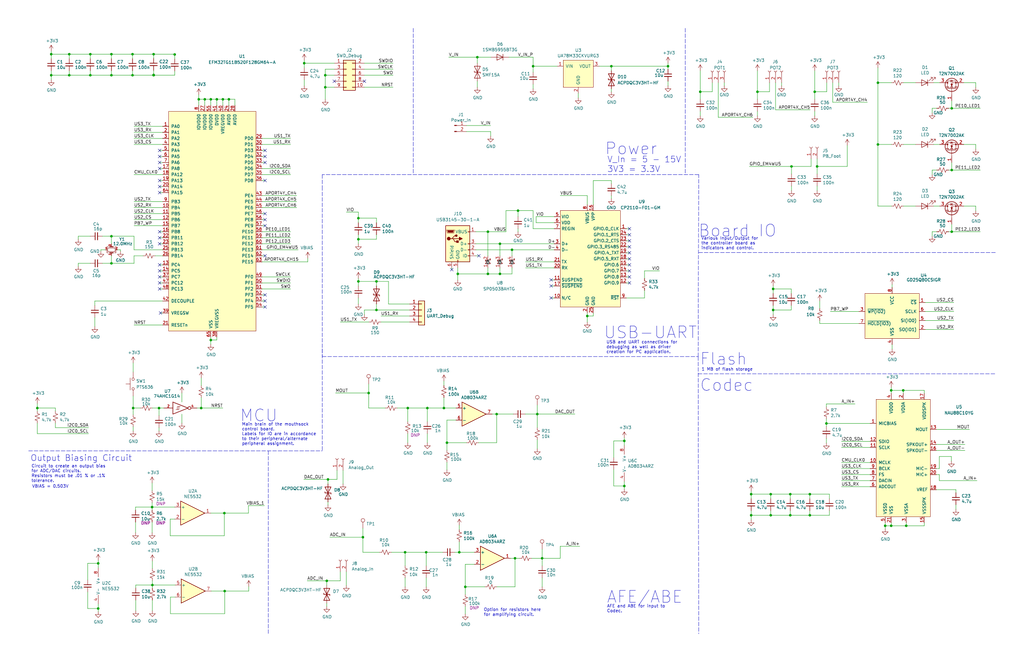
<source format=kicad_sch>
(kicad_sch (version 20211123) (generator eeschema)
  (paper "B")
  (junction (at 137.16 31.75))
  (junction (at 401.32 45.72))
  (junction (at 209.423 174.752))
  (junction (at 326.009 130.81))
  (junction (at 341.503 208.534))
  (junction (at 84.836 172.212))
  (junction (at 348.488 178.689))
  (junction (at 29.21 22.86))
  (junction (at 333.248 217.424))
  (junction (at 210.82 102.87))
  (junction (at 380.873 164.719))
  (junction (at 64.77 31.75))
  (junction (at 370.205 34.925))
  (junction (at 171.958 172.212))
  (junction (at 324.993 208.534))
  (junction (at 179.705 233.045))
  (junction (at 86.36 41.91))
  (junction (at 153.035 226.695))
  (junction (at 73.66 22.987))
  (junction (at 401.32 71.755))
  (junction (at 67.056 172.212))
  (junction (at 96.52 41.91))
  (junction (at 226.568 174.752))
  (junction (at 91.44 41.91))
  (junction (at 180.213 172.212))
  (junction (at 64.77 22.86))
  (junction (at 201.295 24.13))
  (junction (at 21.59 31.75))
  (junction (at 228.6 235.585))
  (junction (at 46.99 31.75))
  (junction (at 158.75 118.745))
  (junction (at 38.1 22.86))
  (junction (at 205.74 97.79))
  (junction (at 41.402 237.744))
  (junction (at 193.675 233.045))
  (junction (at 196.215 247.65))
  (junction (at 64.135 213.995))
  (junction (at 341.503 217.424))
  (junction (at 151.13 118.745))
  (junction (at 128.27 26.67))
  (junction (at 137.16 36.83))
  (junction (at 38.1 31.75))
  (junction (at 401.32 97.79))
  (junction (at 93.98 41.91))
  (junction (at 382.143 221.869))
  (junction (at 94.742 249.428))
  (junction (at 316.738 208.534))
  (junction (at 263.271 186.055))
  (junction (at 151.13 92.075))
  (junction (at 375.793 221.869))
  (junction (at 46.99 111.125))
  (junction (at 373.253 221.869))
  (junction (at 370.205 60.96))
  (junction (at 343.535 38.735))
  (junction (at 88.9 41.91))
  (junction (at 15.748 172.212))
  (junction (at 151.13 100.965))
  (junction (at 155.448 165.862))
  (junction (at 46.99 99.695))
  (junction (at 56.134 172.212))
  (junction (at 158.75 130.81))
  (junction (at 218.44 88.9))
  (junction (at 29.21 31.75))
  (junction (at 188.468 186.817))
  (junction (at 316.738 217.424))
  (junction (at 64.262 246.888))
  (junction (at 21.59 22.86))
  (junction (at 263.271 205.105))
  (junction (at 138.303 202.311))
  (junction (at 193.04 115.57))
  (junction (at 55.88 31.75))
  (junction (at 94.615 216.535))
  (junction (at 170.815 233.045))
  (junction (at 210.82 115.57))
  (junction (at 64.77 31.623))
  (junction (at 55.88 22.86))
  (junction (at 247.65 133.35))
  (junction (at 217.17 235.585))
  (junction (at 88.9 143.51))
  (junction (at 41.402 256.794))
  (junction (at 215.9 105.41))
  (junction (at 344.551 70.231))
  (junction (at 46.99 22.86))
  (junction (at 295.275 38.735))
  (junction (at 83.82 41.91))
  (junction (at 326.009 121.92))
  (junction (at 319.405 38.735))
  (junction (at 333.248 208.534))
  (junction (at 375.793 164.719))
  (junction (at 324.993 217.424))
  (junction (at 333.756 70.231))
  (junction (at 187.198 172.212))
  (junction (at 137.795 245.11))
  (junction (at 205.74 115.57))
  (junction (at 281.686 27.94))
  (junction (at 224.79 27.94))
  (junction (at 257.81 27.94))
  (no_connect (at 67.31 97.79))
  (no_connect (at 232.41 118.11))
  (no_connect (at 232.41 120.65))
  (no_connect (at 111.76 107.95))
  (no_connect (at 140.97 34.29))
  (no_connect (at 190.5 113.792))
  (no_connect (at 232.41 125.73))
  (no_connect (at 201.93 107.95))
  (no_connect (at 67.31 121.92))
  (no_connect (at 67.31 119.38))
  (no_connect (at 67.31 116.84))
  (no_connect (at 67.31 111.76))
  (no_connect (at 67.31 114.3))
  (no_connect (at 111.76 63.5))
  (no_connect (at 111.76 66.04))
  (no_connect (at 111.76 68.58))
  (no_connect (at 67.31 81.28))
  (no_connect (at 67.31 78.74))
  (no_connect (at 67.31 76.2))
  (no_connect (at 265.43 116.84))
  (no_connect (at 265.43 119.38))
  (no_connect (at 265.43 101.6))
  (no_connect (at 265.43 104.14))
  (no_connect (at 265.43 114.3))
  (no_connect (at 265.43 111.76))
  (no_connect (at 265.43 109.22))
  (no_connect (at 265.43 106.68))
  (no_connect (at 265.43 96.52))
  (no_connect (at 265.43 99.06))
  (no_connect (at 67.31 100.33))
  (no_connect (at 111.76 129.54))
  (no_connect (at 111.76 90.17))
  (no_connect (at 111.76 92.71))
  (no_connect (at 111.76 95.25))
  (no_connect (at 111.76 127))
  (no_connect (at 111.76 124.46))
  (no_connect (at 67.691 132.08))
  (no_connect (at 111.76 76.2))
  (no_connect (at 67.31 102.87))
  (no_connect (at 153.67 34.29))
  (no_connect (at 67.31 68.58))
  (no_connect (at 67.31 63.5))
  (no_connect (at 67.31 66.04))
  (no_connect (at 67.31 71.12))
  (wire (pts (xy 67.31 111.76) (xy 68.58 111.76)))
  (wire (pts (xy 376.174 147.32) (xy 376.174 145.415)))
  (wire (pts (xy 281.686 27.94) (xy 281.686 29.21)))
  (wire (pts (xy 122.555 119.38) (xy 110.49 119.38)))
  (wire (pts (xy 366.903 200.279) (xy 354.838 200.279)))
  (wire (pts (xy 122.555 100.33) (xy 110.49 100.33)))
  (wire (pts (xy 224.79 27.94) (xy 234.95 27.94)))
  (wire (pts (xy 110.49 66.04) (xy 111.76 66.04)))
  (wire (pts (xy 394.843 200.279) (xy 396.113 200.279)))
  (wire (pts (xy 71.882 251.968) (xy 73.8632 251.968)))
  (wire (pts (xy 55.88 24.765) (xy 55.88 22.86)))
  (wire (pts (xy 257.81 27.94) (xy 281.686 27.94)))
  (wire (pts (xy 324.485 34.925) (xy 324.485 38.735)))
  (wire (pts (xy 56.515 53.34) (xy 68.58 53.34)))
  (wire (pts (xy 36.957 256.794) (xy 41.402 256.794)))
  (wire (pts (xy 84.836 172.212) (xy 93.98 172.212)))
  (wire (pts (xy 68.58 87.63) (xy 56.515 87.63)))
  (wire (pts (xy 171.958 183.007) (xy 171.958 186.817)))
  (wire (pts (xy 300.355 34.925) (xy 300.355 38.735)))
  (wire (pts (xy 265.43 109.22) (xy 264.16 109.22)))
  (wire (pts (xy 215.9 105.41) (xy 233.68 105.41)))
  (wire (pts (xy 122.555 102.87) (xy 110.49 102.87)))
  (wire (pts (xy 171.958 172.212) (xy 180.213 172.212)))
  (wire (pts (xy 403.098 206.629) (xy 403.098 207.899)))
  (wire (pts (xy 389.763 165.989) (xy 389.763 164.719)))
  (wire (pts (xy 187.198 172.212) (xy 187.198 167.767)))
  (wire (pts (xy 324.993 217.424) (xy 324.993 215.519)))
  (wire (pts (xy 88.9 143.51) (xy 91.44 143.51)))
  (wire (pts (xy 258.826 205.105) (xy 263.271 205.105)))
  (wire (pts (xy 189.23 24.13) (xy 201.295 24.13)))
  (wire (pts (xy 192.278 177.292) (xy 188.468 177.292)))
  (wire (pts (xy 327.025 46.355) (xy 341.63 46.355)))
  (wire (pts (xy 344.551 80.391) (xy 344.551 78.486)))
  (wire (pts (xy 348.615 38.735) (xy 343.535 38.735)))
  (wire (pts (xy 104.775 213.36) (xy 104.775 216.535)))
  (wire (pts (xy 228.6 235.585) (xy 228.6 238.76)))
  (wire (pts (xy 396.113 200.279) (xy 396.113 202.819)))
  (wire (pts (xy 193.675 223.52) (xy 193.675 221.615)))
  (wire (pts (xy 265.43 106.68) (xy 264.16 106.68)))
  (wire (pts (xy 67.31 76.2) (xy 68.58 76.2)))
  (wire (pts (xy 155.448 165.862) (xy 141.478 165.862)))
  (wire (pts (xy 94.742 258.953) (xy 94.742 249.428)))
  (wire (pts (xy 343.535 38.735) (xy 343.535 41.91)))
  (wire (pts (xy 329.565 34.925) (xy 329.565 36.195)))
  (wire (pts (xy 83.82 41.91) (xy 83.82 44.45)))
  (wire (pts (xy 265.43 101.6) (xy 264.16 101.6)))
  (wire (pts (xy 91.44 44.45) (xy 91.44 41.91)))
  (wire (pts (xy 64.262 246.888) (xy 73.8632 246.888)))
  (wire (pts (xy 341.503 215.519) (xy 341.503 217.424)))
  (wire (pts (xy 55.88 31.75) (xy 46.99 31.75)))
  (wire (pts (xy 68.58 137.16) (xy 56.515 137.16)))
  (wire (pts (xy 170.815 233.045) (xy 165.1 233.045)))
  (wire (pts (xy 196.723 52.959) (xy 206.883 52.959)))
  (wire (pts (xy 200.025 238.125) (xy 196.215 238.125)))
  (wire (pts (xy 236.22 235.585) (xy 236.22 230.505)))
  (wire (pts (xy 326.009 130.81) (xy 333.629 130.81)))
  (wire (pts (xy 215.9 115.57) (xy 215.9 113.03)))
  (wire (pts (xy 224.79 35.56) (xy 224.79 37.465)))
  (wire (pts (xy 319.405 38.735) (xy 319.405 41.91)))
  (wire (pts (xy 93.98 44.45) (xy 93.98 41.91)))
  (wire (pts (xy 316.738 217.424) (xy 316.738 219.329)))
  (wire (pts (xy 21.59 22.86) (xy 29.21 22.86)))
  (wire (pts (xy 264.16 125.73) (xy 271.78 125.73)))
  (wire (pts (xy 160.02 233.045) (xy 153.035 233.045)))
  (wire (pts (xy 210.82 102.87) (xy 210.82 107.95)))
  (wire (pts (xy 345.694 136.525) (xy 345.694 135.255)))
  (wire (pts (xy 228.6 243.84) (xy 228.6 247.65)))
  (wire (pts (xy 15.748 172.212) (xy 15.748 170.307)))
  (wire (pts (xy 122.555 73.66) (xy 110.49 73.66)))
  (wire (pts (xy 104.902 249.428) (xy 104.902 247.523)))
  (wire (pts (xy 104.775 213.36) (xy 111.506 213.36)))
  (wire (pts (xy 67.31 68.58) (xy 68.58 68.58)))
  (wire (pts (xy 64.262 253.238) (xy 64.262 257.683)))
  (wire (pts (xy 326.009 121.92) (xy 326.009 120.65)))
  (wire (pts (xy 180.213 172.212) (xy 180.213 177.927)))
  (wire (pts (xy 316.738 217.424) (xy 324.993 217.424)))
  (wire (pts (xy 153.67 36.83) (xy 165.735 36.83)))
  (wire (pts (xy 188.468 177.292) (xy 188.468 186.817)))
  (wire (pts (xy 401.32 42.545) (xy 401.32 45.72)))
  (wire (pts (xy 316.738 217.424) (xy 316.738 215.519)))
  (wire (pts (xy 233.68 91.44) (xy 226.06 91.44)))
  (wire (pts (xy 122.555 121.92) (xy 110.49 121.92)))
  (wire (pts (xy 64.77 31.623) (xy 64.77 31.75)))
  (wire (pts (xy 151.13 89.535) (xy 151.13 92.075)))
  (wire (pts (xy 110.49 95.25) (xy 111.76 95.25)))
  (wire (pts (xy 110.49 105.41) (xy 125.73 105.41)))
  (wire (pts (xy 73.66 31.75) (xy 73.66 29.972)))
  (wire (pts (xy 146.05 241.3) (xy 146.05 247.015)))
  (wire (pts (xy 56.515 105.41) (xy 56.515 99.695)))
  (wire (pts (xy 193.04 115.57) (xy 205.74 115.57)))
  (wire (pts (xy 57.15 215.265) (xy 57.15 213.995)))
  (wire (pts (xy 41.402 236.474) (xy 41.402 237.744)))
  (wire (pts (xy 380.873 164.719) (xy 375.793 164.719)))
  (wire (pts (xy 73.66 22.86) (xy 64.77 22.86)))
  (wire (pts (xy 401.32 45.72) (xy 400.05 45.72)))
  (wire (pts (xy 171.958 177.927) (xy 171.958 172.212)))
  (wire (pts (xy 224.79 24.13) (xy 214.63 24.13)))
  (wire (pts (xy 151.13 100.965) (xy 151.13 102.87)))
  (wire (pts (xy 326.009 121.92) (xy 333.629 121.92)))
  (wire (pts (xy 396.24 86.995) (xy 393.7 86.995)))
  (wire (pts (xy 15.748 173.482) (xy 15.748 172.212)))
  (polyline (pts (xy 135.89 147.193) (xy 135.89 190.246)))
  (wire (pts (xy 142.113 202.311) (xy 142.113 198.501)))
  (wire (pts (xy 295.275 48.895) (xy 295.275 46.99)))
  (wire (pts (xy 56.515 85.09) (xy 68.58 85.09)))
  (wire (pts (xy 401.32 68.58) (xy 401.32 71.755)))
  (wire (pts (xy 375.92 60.96) (xy 370.205 60.96)))
  (wire (pts (xy 50.8 105.41) (xy 50.8 106.045)))
  (wire (pts (xy 67.31 66.04) (xy 68.58 66.04)))
  (wire (pts (xy 73.66 22.987) (xy 73.66 22.86)))
  (wire (pts (xy 33.02 99.695) (xy 38.1 99.695)))
  (wire (pts (xy 232.41 125.73) (xy 233.68 125.73)))
  (wire (pts (xy 205.74 97.79) (xy 213.36 97.79)))
  (wire (pts (xy 380.873 165.989) (xy 380.873 164.719)))
  (wire (pts (xy 46.99 31.75) (xy 38.1 31.75)))
  (wire (pts (xy 64.135 203.835) (xy 64.135 207.01)))
  (wire (pts (xy 257.81 37.465) (xy 257.81 38.735)))
  (wire (pts (xy 163.83 128.27) (xy 172.72 128.27)))
  (wire (pts (xy 46.99 99.695) (xy 46.99 102.87)))
  (wire (pts (xy 366.903 186.309) (xy 354.838 186.309)))
  (wire (pts (xy 226.06 93.98) (xy 233.68 93.98)))
  (wire (pts (xy 172.72 130.81) (xy 158.75 130.81)))
  (wire (pts (xy 390.144 139.065) (xy 402.209 139.065)))
  (wire (pts (xy 401.32 71.755) (xy 400.05 71.755)))
  (wire (pts (xy 163.83 118.745) (xy 163.83 128.27)))
  (wire (pts (xy 406.4 86.995) (xy 411.48 86.995)))
  (wire (pts (xy 55.88 22.86) (xy 64.77 22.86)))
  (wire (pts (xy 396.113 192.659) (xy 396.113 197.739)))
  (wire (pts (xy 213.36 97.79) (xy 213.36 88.9)))
  (wire (pts (xy 411.48 86.995) (xy 411.48 88.9)))
  (wire (pts (xy 67.31 116.84) (xy 68.58 116.84)))
  (wire (pts (xy 188.468 195.072) (xy 188.468 198.247)))
  (wire (pts (xy 401.32 97.79) (xy 413.385 97.79)))
  (wire (pts (xy 188.468 186.817) (xy 196.723 186.817)))
  (wire (pts (xy 366.903 178.689) (xy 348.488 178.689)))
  (wire (pts (xy 42.545 105.41) (xy 42.545 106.045)))
  (wire (pts (xy 324.993 208.534) (xy 324.993 210.439)))
  (wire (pts (xy 146.05 89.535) (xy 151.13 89.535)))
  (wire (pts (xy 394.97 71.755) (xy 393.065 71.755)))
  (wire (pts (xy 57.277 248.158) (xy 57.277 246.888)))
  (wire (pts (xy 224.79 27.94) (xy 224.79 30.48)))
  (wire (pts (xy 271.78 114.3) (xy 271.78 117.475)))
  (wire (pts (xy 64.135 212.09) (xy 64.135 213.995)))
  (wire (pts (xy 138.303 211.836) (xy 138.303 213.106)))
  (wire (pts (xy 357.251 70.231) (xy 357.251 61.341)))
  (wire (pts (xy 215.9 105.41) (xy 215.9 107.95)))
  (wire (pts (xy 265.43 116.84) (xy 264.16 116.84)))
  (wire (pts (xy 64.262 244.983) (xy 64.262 246.888)))
  (wire (pts (xy 138.303 202.311) (xy 128.143 202.311)))
  (wire (pts (xy 191.77 233.045) (xy 193.675 233.045)))
  (wire (pts (xy 316.738 208.534) (xy 316.738 210.439)))
  (wire (pts (xy 140.97 31.75) (xy 137.16 31.75)))
  (wire (pts (xy 165.735 26.67) (xy 153.67 26.67)))
  (wire (pts (xy 345.694 136.525) (xy 362.204 136.525)))
  (wire (pts (xy 122.555 71.12) (xy 110.49 71.12)))
  (wire (pts (xy 158.75 130.81) (xy 153.67 130.81)))
  (wire (pts (xy 394.97 97.79) (xy 393.065 97.79)))
  (wire (pts (xy 265.43 104.14) (xy 264.16 104.14)))
  (wire (pts (xy 88.9 44.45) (xy 88.9 41.91)))
  (wire (pts (xy 366.903 195.199) (xy 354.838 195.199)))
  (wire (pts (xy 137.795 245.11) (xy 129.54 245.11)))
  (polyline (pts (xy 294.64 106.553) (xy 419.735 106.553)))
  (wire (pts (xy 110.49 85.09) (xy 125.095 85.09)))
  (wire (pts (xy 179.705 233.045) (xy 179.705 238.76)))
  (wire (pts (xy 193.675 233.045) (xy 200.025 233.045)))
  (wire (pts (xy 302.895 49.53) (xy 302.895 34.925)))
  (wire (pts (xy 402.209 131.445) (xy 390.144 131.445)))
  (wire (pts (xy 128.27 26.67) (xy 128.27 28.575)))
  (wire (pts (xy 151.13 100.965) (xy 158.75 100.965)))
  (wire (pts (xy 56.515 95.25) (xy 68.58 95.25)))
  (wire (pts (xy 236.22 230.505) (xy 244.475 230.505)))
  (wire (pts (xy 99.06 41.91) (xy 96.52 41.91)))
  (wire (pts (xy 396.24 34.925) (xy 393.7 34.925)))
  (wire (pts (xy 110.49 92.71) (xy 111.76 92.71)))
  (wire (pts (xy 327.025 34.925) (xy 327.025 46.355)))
  (wire (pts (xy 341.503 217.424) (xy 349.758 217.424)))
  (wire (pts (xy 21.59 31.75) (xy 29.21 31.75)))
  (wire (pts (xy 375.793 164.719) (xy 375.793 165.989)))
  (wire (pts (xy 23.368 173.482) (xy 23.368 172.212)))
  (wire (pts (xy 46.99 31.75) (xy 46.99 29.845)))
  (wire (pts (xy 89.1032 249.428) (xy 94.742 249.428)))
  (wire (pts (xy 396.113 202.819) (xy 411.988 202.819)))
  (wire (pts (xy 128.27 25.4) (xy 128.27 26.67)))
  (wire (pts (xy 94.742 249.428) (xy 104.902 249.428)))
  (wire (pts (xy 373.253 221.869) (xy 375.793 221.869)))
  (wire (pts (xy 200.66 102.87) (xy 210.82 102.87)))
  (wire (pts (xy 201.295 24.13) (xy 207.01 24.13)))
  (wire (pts (xy 376.174 120.015) (xy 376.174 121.285)))
  (polyline (pts (xy 294.64 73.66) (xy 135.89 73.66)))
  (wire (pts (xy 110.49 68.58) (xy 111.76 68.58)))
  (wire (pts (xy 23.368 178.562) (xy 23.368 180.467)))
  (wire (pts (xy 64.77 31.623) (xy 64.77 29.718)))
  (wire (pts (xy 110.49 90.17) (xy 111.76 90.17)))
  (wire (pts (xy 217.17 235.585) (xy 215.265 235.585)))
  (wire (pts (xy 333.629 121.92) (xy 333.629 123.825)))
  (wire (pts (xy 96.52 41.91) (xy 93.98 41.91)))
  (wire (pts (xy 295.275 38.735) (xy 295.275 41.91)))
  (wire (pts (xy 33.02 111.125) (xy 38.1 111.125)))
  (wire (pts (xy 370.205 34.925) (xy 370.205 28.575)))
  (wire (pts (xy 38.1 31.75) (xy 38.1 29.845)))
  (wire (pts (xy 258.826 186.055) (xy 258.826 193.04)))
  (wire (pts (xy 232.41 120.65) (xy 233.68 120.65)))
  (wire (pts (xy 333.248 217.424) (xy 341.503 217.424)))
  (wire (pts (xy 324.993 208.534) (xy 333.248 208.534)))
  (wire (pts (xy 151.13 117.475) (xy 151.13 118.745)))
  (wire (pts (xy 226.568 174.752) (xy 242.443 174.752)))
  (wire (pts (xy 43.18 99.695) (xy 46.99 99.695)))
  (wire (pts (xy 99.06 44.45) (xy 99.06 41.91)))
  (wire (pts (xy 137.16 31.75) (xy 137.16 36.83)))
  (wire (pts (xy 151.13 92.075) (xy 151.13 93.98)))
  (wire (pts (xy 64.135 213.995) (xy 64.135 215.265)))
  (wire (pts (xy 110.49 76.2) (xy 111.76 76.2)))
  (wire (pts (xy 110.49 63.5) (xy 111.76 63.5)))
  (wire (pts (xy 179.705 243.84) (xy 179.705 247.65)))
  (wire (pts (xy 348.488 178.689) (xy 348.488 179.959)))
  (wire (pts (xy 250.19 86.36) (xy 250.19 76.2)))
  (wire (pts (xy 389.763 220.599) (xy 389.763 221.869)))
  (wire (pts (xy 64.262 246.888) (xy 64.262 248.158)))
  (wire (pts (xy 243.84 41.275) (xy 243.84 39.37)))
  (wire (pts (xy 137.16 29.21) (xy 137.16 31.75)))
  (wire (pts (xy 38.1 31.75) (xy 29.21 31.75)))
  (wire (pts (xy 165.735 29.21) (xy 153.67 29.21)))
  (wire (pts (xy 153.035 233.045) (xy 153.035 226.695)))
  (wire (pts (xy 41.402 254.889) (xy 41.402 256.794)))
  (wire (pts (xy 281.686 34.29) (xy 281.686 36.195)))
  (wire (pts (xy 362.204 131.445) (xy 350.139 131.445)))
  (wire (pts (xy 258.826 198.12) (xy 258.826 205.105)))
  (wire (pts (xy 201.295 34.29) (xy 201.295 36.83)))
  (wire (pts (xy 88.9 142.24) (xy 88.9 143.51)))
  (wire (pts (xy 250.19 76.2) (xy 257.81 76.2)))
  (wire (pts (xy 110.49 129.54) (xy 111.76 129.54)))
  (wire (pts (xy 247.65 133.35) (xy 247.65 135.89)))
  (wire (pts (xy 158.75 100.965) (xy 158.75 99.06)))
  (wire (pts (xy 209.423 174.752) (xy 216.408 174.752)))
  (wire (pts (xy 411.48 60.96) (xy 411.48 62.865)))
  (wire (pts (xy 263.271 203.2) (xy 263.271 205.105)))
  (wire (pts (xy 94.615 216.535) (xy 104.775 216.535)))
  (wire (pts (xy 128.27 26.67) (xy 140.97 26.67)))
  (wire (pts (xy 68.58 92.71) (xy 56.515 92.71)))
  (wire (pts (xy 226.568 174.752) (xy 226.568 170.942)))
  (wire (pts (xy 200.66 105.41) (xy 215.9 105.41)))
  (wire (pts (xy 67.31 63.5) (xy 68.58 63.5)))
  (wire (pts (xy 396.24 60.96) (xy 393.7 60.96)))
  (wire (pts (xy 403.098 212.979) (xy 403.098 214.884)))
  (wire (pts (xy 386.08 60.96) (xy 381 60.96)))
  (polyline (pts (xy 135.89 78.74) (xy 135.89 150.495)))
  (wire (pts (xy 29.21 31.75) (xy 29.21 29.845)))
  (wire (pts (xy 46.99 111.125) (xy 56.515 111.125)))
  (wire (pts (xy 217.17 247.65) (xy 217.17 235.585)))
  (wire (pts (xy 71.882 258.953) (xy 94.742 258.953)))
  (wire (pts (xy 83.058 172.212) (xy 84.836 172.212)))
  (wire (pts (xy 393.065 71.755) (xy 393.065 73.66)))
  (wire (pts (xy 41.402 237.744) (xy 41.402 239.649)))
  (wire (pts (xy 73.66 24.892) (xy 73.66 22.987)))
  (wire (pts (xy 258.826 186.055) (xy 263.271 186.055)))
  (wire (pts (xy 151.13 92.075) (xy 158.75 92.075)))
  (wire (pts (xy 55.88 31.75) (xy 64.77 31.75)))
  (wire (pts (xy 49.53 105.41) (xy 50.8 105.41)))
  (wire (pts (xy 196.215 238.125) (xy 196.215 247.65)))
  (wire (pts (xy 55.88 22.86) (xy 46.99 22.86)))
  (wire (pts (xy 86.36 41.91) (xy 83.82 41.91)))
  (wire (pts (xy 333.756 70.231) (xy 333.756 73.406)))
  (wire (pts (xy 56.515 58.42) (xy 68.58 58.42)))
  (wire (pts (xy 210.82 113.03) (xy 210.82 115.57)))
  (wire (pts (xy 326.009 130.81) (xy 326.009 132.715)))
  (wire (pts (xy 142.113 202.311) (xy 138.303 202.311)))
  (wire (pts (xy 228.6 235.585) (xy 228.6 231.775)))
  (wire (pts (xy 76.708 165.862) (xy 76.708 169.672)))
  (wire (pts (xy 110.49 107.95) (xy 111.76 107.95)))
  (wire (pts (xy 180.213 183.007) (xy 180.213 186.817)))
  (polyline (pts (xy 294.386 157.734) (xy 419.862 157.734)))
  (wire (pts (xy 110.49 127) (xy 111.76 127)))
  (wire (pts (xy 252.73 27.94) (xy 257.81 27.94)))
  (wire (pts (xy 36.957 237.744) (xy 41.402 237.744)))
  (wire (pts (xy 15.748 183.007) (xy 37.338 183.007)))
  (wire (pts (xy 83.82 40.005) (xy 83.82 41.91)))
  (wire (pts (xy 38.1 22.86) (xy 29.21 22.86)))
  (wire (pts (xy 316.738 207.264) (xy 316.738 208.534)))
  (wire (pts (xy 129.794 110.49) (xy 110.49 110.49)))
  (wire (pts (xy 353.695 34.925) (xy 353.695 36.195)))
  (wire (pts (xy 386.08 86.995) (xy 381 86.995)))
  (wire (pts (xy 201.803 186.817) (xy 209.423 186.817)))
  (wire (pts (xy 71.755 226.06) (xy 94.615 226.06)))
  (wire (pts (xy 67.31 114.3) (xy 68.58 114.3)))
  (wire (pts (xy 326.009 128.905) (xy 326.009 130.81)))
  (wire (pts (xy 333.248 217.424) (xy 333.248 215.519)))
  (wire (pts (xy 33.02 100.965) (xy 33.02 99.695)))
  (wire (pts (xy 401.32 71.755) (xy 413.385 71.755)))
  (wire (pts (xy 67.31 119.38) (xy 68.58 119.38)))
  (wire (pts (xy 315.976 70.231) (xy 333.756 70.231)))
  (wire (pts (xy 122.555 97.79) (xy 110.49 97.79)))
  (wire (pts (xy 218.44 88.9) (xy 218.44 91.44)))
  (wire (pts (xy 209.423 186.817) (xy 209.423 174.752)))
  (wire (pts (xy 345.694 127) (xy 345.694 130.175)))
  (wire (pts (xy 344.551 67.056) (xy 344.551 70.231)))
  (wire (pts (xy 67.31 102.87) (xy 68.58 102.87)))
  (wire (pts (xy 143.51 245.11) (xy 137.795 245.11)))
  (wire (pts (xy 33.02 112.395) (xy 33.02 111.125)))
  (wire (pts (xy 40.005 133.985) (xy 40.005 137.795)))
  (wire (pts (xy 56.134 167.132) (xy 56.134 172.212)))
  (wire (pts (xy 193.675 233.045) (xy 193.675 228.6)))
  (wire (pts (xy 265.43 96.52) (xy 264.16 96.52)))
  (wire (pts (xy 64.135 220.345) (xy 64.135 224.79)))
  (wire (pts (xy 221.615 113.03) (xy 233.68 113.03)))
  (wire (pts (xy 64.135 213.995) (xy 73.66 213.995)))
  (wire (pts (xy 110.49 60.96) (xy 122.555 60.96)))
  (wire (pts (xy 247.65 82.55) (xy 247.65 86.36)))
  (wire (pts (xy 155.448 165.862) (xy 155.448 162.052)))
  (wire (pts (xy 218.44 96.52) (xy 218.44 97.79)))
  (wire (pts (xy 224.79 27.94) (xy 224.79 24.13)))
  (wire (pts (xy 210.82 115.57) (xy 215.9 115.57)))
  (wire (pts (xy 221.615 110.49) (xy 233.68 110.49)))
  (wire (pts (xy 64.135 213.995) (xy 57.15 213.995)))
  (wire (pts (xy 257.81 76.2) (xy 257.81 77.47)))
  (wire (pts (xy 110.49 87.63) (xy 125.095 87.63)))
  (wire (pts (xy 319.405 38.735) (xy 319.405 29.845)))
  (wire (pts (xy 265.43 119.38) (xy 264.16 119.38)))
  (polyline (pts (xy 135.89 73.66) (xy 135.89 78.74)))
  (wire (pts (xy 324.485 38.735) (xy 319.405 38.735)))
  (wire (pts (xy 56.134 172.212) (xy 56.134 175.006)))
  (wire (pts (xy 302.895 49.53) (xy 317.5 49.53)))
  (wire (pts (xy 86.36 44.45) (xy 86.36 41.91)))
  (wire (pts (xy 271.78 114.3) (xy 278.13 114.3)))
  (wire (pts (xy 36.957 249.809) (xy 36.957 256.794)))
  (wire (pts (xy 375.793 220.599) (xy 375.793 221.869)))
  (wire (pts (xy 406.4 60.96) (xy 411.48 60.96)))
  (wire (pts (xy 43.18 111.125) (xy 46.99 111.125)))
  (wire (pts (xy 40.005 127) (xy 40.005 128.905)))
  (wire (pts (xy 151.13 118.745) (xy 158.75 118.745)))
  (wire (pts (xy 56.515 107.95) (xy 60.325 107.95)))
  (wire (pts (xy 375.793 163.449) (xy 375.793 164.719)))
  (wire (pts (xy 394.843 187.579) (xy 406.908 187.579)))
  (wire (pts (xy 138.303 202.311) (xy 138.303 204.216)))
  (wire (pts (xy 205.74 115.57) (xy 210.82 115.57)))
  (wire (pts (xy 206.883 57.404) (xy 206.883 55.499)))
  (wire (pts (xy 411.48 34.925) (xy 411.48 36.83)))
  (wire (pts (xy 143.51 135.89) (xy 155.575 135.89)))
  (wire (pts (xy 370.205 86.995) (xy 375.92 86.995)))
  (wire (pts (xy 128.27 36.195) (xy 128.27 33.655)))
  (wire (pts (xy 15.748 178.562) (xy 15.748 183.007)))
  (wire (pts (xy 56.134 153.162) (xy 56.134 156.972)))
  (wire (pts (xy 402.209 135.255) (xy 390.144 135.255)))
  (wire (pts (xy 21.59 22.86) (xy 21.59 24.765)))
  (wire (pts (xy 64.262 172.212) (xy 67.056 172.212)))
  (wire (pts (xy 158.75 128.27) (xy 158.75 130.81)))
  (wire (pts (xy 64.77 22.86) (xy 64.77 24.638)))
  (wire (pts (xy 84.836 159.512) (xy 84.836 162.687)))
  (wire (pts (xy 170.815 233.045) (xy 179.705 233.045)))
  (wire (pts (xy 343.535 48.895) (xy 343.535 46.99)))
  (wire (pts (xy 209.423 174.752) (xy 207.518 174.752)))
  (wire (pts (xy 56.515 111.125) (xy 56.515 107.95)))
  (wire (pts (xy 71.755 219.075) (xy 71.755 226.06)))
  (wire (pts (xy 209.55 247.65) (xy 217.17 247.65)))
  (wire (pts (xy 68.58 55.88) (xy 56.515 55.88)))
  (wire (pts (xy 257.81 27.94) (xy 257.81 29.845)))
  (wire (pts (xy 390.144 127.635) (xy 402.209 127.635)))
  (polyline (pts (xy 294.386 150.495) (xy 294.64 267.462)))
  (wire (pts (xy 348.488 171.704) (xy 348.488 170.434)))
  (wire (pts (xy 403.098 206.629) (xy 394.843 206.629)))
  (wire (pts (xy 263.271 186.055) (xy 263.271 187.96)))
  (wire (pts (xy 137.795 254.635) (xy 137.795 255.905)))
  (wire (pts (xy 394.97 45.72) (xy 393.065 45.72)))
  (wire (pts (xy 247.65 132.08) (xy 247.65 133.35)))
  (wire (pts (xy 396.113 192.659) (xy 401.193 192.659)))
  (wire (pts (xy 144.653 198.501) (xy 144.653 204.216)))
  (wire (pts (xy 265.43 114.3) (xy 264.16 114.3)))
  (wire (pts (xy 349.758 217.424) (xy 349.758 215.519)))
  (wire (pts (xy 271.78 122.555) (xy 271.78 125.73)))
  (wire (pts (xy 351.155 43.18) (xy 351.155 34.925)))
  (wire (pts (xy 344.551 70.231) (xy 357.251 70.231)))
  (wire (pts (xy 153.67 130.81) (xy 153.67 132.715)))
  (wire (pts (xy 151.13 128.27) (xy 151.13 125.73)))
  (wire (pts (xy 394.843 190.119) (xy 406.908 190.119)))
  (wire (pts (xy 319.405 48.895) (xy 319.405 46.99)))
  (polyline (pts (xy 288.925 11.938) (xy 288.925 73.66)))
  (wire (pts (xy 196.723 55.499) (xy 206.883 55.499)))
  (wire (pts (xy 316.738 208.534) (xy 324.993 208.534)))
  (wire (pts (xy 205.74 113.03) (xy 205.74 115.57)))
  (polyline (pts (xy 294.386 150.495) (xy 294.64 73.66)))
  (wire (pts (xy 122.555 58.42) (xy 110.49 58.42)))
  (wire (pts (xy 224.155 235.585) (xy 228.6 235.585)))
  (wire (pts (xy 226.568 185.547) (xy 226.568 189.357)))
  (wire (pts (xy 370.205 34.925) (xy 370.205 60.96)))
  (wire (pts (xy 68.58 60.96) (xy 56.515 60.96)))
  (polyline (pts (xy 288.925 73.66) (xy 289.052 73.66)))
  (wire (pts (xy 96.52 44.45) (xy 96.52 41.91)))
  (wire (pts (xy 250.19 132.08) (xy 250.19 133.35)))
  (wire (pts (xy 129.794 108.966) (xy 129.794 110.49)))
  (wire (pts (xy 401.32 94.615) (xy 401.32 97.79)))
  (wire (pts (xy 342.011 67.056) (xy 342.011 70.231)))
  (wire (pts (xy 57.15 220.345) (xy 57.15 224.79)))
  (wire (pts (xy 21.59 31.75) (xy 21.59 33.655)))
  (wire (pts (xy 67.31 100.33) (xy 68.58 100.33)))
  (wire (pts (xy 165.735 31.75) (xy 153.67 31.75)))
  (wire (pts (xy 179.705 233.045) (xy 186.69 233.045)))
  (wire (pts (xy 67.31 78.74) (xy 68.58 78.74)))
  (wire (pts (xy 57.277 253.238) (xy 57.277 257.683)))
  (wire (pts (xy 219.075 235.585) (xy 217.17 235.585)))
  (wire (pts (xy 67.056 181.864) (xy 67.056 180.467)))
  (polyline (pts (xy 135.89 150.495) (xy 294.386 150.495)))
  (wire (pts (xy 94.615 226.06) (xy 94.615 216.535)))
  (wire (pts (xy 21.59 29.845) (xy 21.59 31.75)))
  (wire (pts (xy 40.005 127) (xy 68.58 127)))
  (wire (pts (xy 88.9 143.51) (xy 88.9 145.288)))
  (wire (pts (xy 213.36 88.9) (xy 218.44 88.9)))
  (wire (pts (xy 348.488 185.039) (xy 348.488 186.944)))
  (wire (pts (xy 295.275 38.735) (xy 295.275 29.845)))
  (wire (pts (xy 366.903 205.359) (xy 354.838 205.359)))
  (wire (pts (xy 68.58 105.41) (xy 56.515 105.41)))
  (wire (pts (xy 265.43 111.76) (xy 264.16 111.76)))
  (wire (pts (xy 64.262 236.728) (xy 64.262 239.903)))
  (wire (pts (xy 375.92 34.925) (xy 370.205 34.925)))
  (wire (pts (xy 196.215 247.65) (xy 204.47 247.65)))
  (wire (pts (xy 389.763 164.719) (xy 380.873 164.719)))
  (wire (pts (xy 44.45 105.41) (xy 42.545 105.41)))
  (wire (pts (xy 393.065 97.79) (xy 393.065 99.695)))
  (wire (pts (xy 342.011 70.231) (xy 333.756 70.231)))
  (wire (pts (xy 110.49 124.46) (xy 111.76 124.46)))
  (wire (pts (xy 153.035 226.695) (xy 153.035 222.885)))
  (wire (pts (xy 326.009 121.92) (xy 326.009 123.825)))
  (wire (pts (xy 180.213 172.212) (xy 187.198 172.212)))
  (wire (pts (xy 366.903 188.849) (xy 354.838 188.849)))
  (wire (pts (xy 110.49 82.55) (xy 125.095 82.55)))
  (polyline (pts (xy 12.065 190.246) (xy 135.89 190.246)))
  (wire (pts (xy 67.056 172.212) (xy 69.088 172.212)))
  (wire (pts (xy 193.04 115.57) (xy 193.04 118.11)))
  (wire (pts (xy 196.215 247.65) (xy 196.215 250.825)))
  (wire (pts (xy 188.468 186.817) (xy 188.468 189.992)))
  (wire (pts (xy 386.08 34.925) (xy 381 34.925)))
  (wire (pts (xy 21.59 22.86) (xy 21.59 21.59)))
  (wire (pts (xy 351.155 43.18) (xy 365.76 43.18)))
  (wire (pts (xy 348.615 34.925) (xy 348.615 38.735)))
  (wire (pts (xy 393.065 45.72) (xy 393.065 47.625)))
  (wire (pts (xy 263.271 205.105) (xy 263.271 206.375)))
  (wire (pts (xy 224.79 96.52) (xy 233.68 96.52)))
  (wire (pts (xy 91.44 142.24) (xy 91.44 143.51)))
  (wire (pts (xy 29.21 22.86) (xy 29.21 24.765)))
  (wire (pts (xy 143.51 245.11) (xy 143.51 241.3)))
  (wire (pts (xy 341.503 208.534) (xy 349.758 208.534)))
  (wire (pts (xy 46.99 107.95) (xy 46.99 111.125)))
  (wire (pts (xy 210.82 102.87) (xy 233.68 102.87)))
  (polyline (pts (xy 174.244 11.938) (xy 174.244 73.66)))
  (wire (pts (xy 218.44 88.9) (xy 224.79 88.9)))
  (wire (pts (xy 333.629 130.81) (xy 333.629 128.905)))
  (wire (pts (xy 382.143 220.599) (xy 382.143 221.869)))
  (wire (pts (xy 401.193 192.659) (xy 401.193 194.564)))
  (wire (pts (xy 46.99 24.765) (xy 46.99 22.86)))
  (wire (pts (xy 167.513 172.212) (xy 171.958 172.212)))
  (wire (pts (xy 200.66 97.79) (xy 205.74 97.79)))
  (wire (pts (xy 67.056 172.212) (xy 67.056 175.387)))
  (wire (pts (xy 228.6 235.585) (xy 236.22 235.585)))
  (wire (pts (xy 344.551 70.231) (xy 344.551 73.406)))
  (wire (pts (xy 93.98 41.91) (xy 91.44 41.91)))
  (wire (pts (xy 224.79 88.9) (xy 224.79 96.52)))
  (wire (pts (xy 401.32 97.79) (xy 400.05 97.79)))
  (wire (pts (xy 153.035 226.695) (xy 139.065 226.695)))
  (wire (pts (xy 67.31 71.12) (xy 68.58 71.12)))
  (wire (pts (xy 55.88 31.75) (xy 55.88 29.845)))
  (wire (pts (xy 348.488 176.784) (xy 348.488 178.689)))
  (wire (pts (xy 190.5 113.03) (xy 190.5 113.792)))
  (wire (pts (xy 201.295 26.67) (xy 201.295 24.13)))
  (wire (pts (xy 373.253 223.139) (xy 373.253 221.869)))
  (wire (pts (xy 160.655 135.89) (xy 172.72 135.89)))
  (wire (pts (xy 281.686 26.67) (xy 281.686 27.94)))
  (wire (pts (xy 158.75 118.745) (xy 158.75 120.65)))
  (wire (pts (xy 406.4 34.925) (xy 411.48 34.925)))
  (wire (pts (xy 236.22 82.55) (xy 247.65 82.55)))
  (wire (pts (xy 172.72 133.35) (xy 160.655 133.35)))
  (wire (pts (xy 205.74 97.79) (xy 205.74 107.95)))
  (wire (pts (xy 370.205 60.96) (xy 370.205 86.995)))
  (wire (pts (xy 366.903 197.739) (xy 354.838 197.739)))
  (wire (pts (xy 137.795 245.11) (xy 137.795 247.015)))
  (wire (pts (xy 382.143 221.869) (xy 389.763 221.869)))
  (wire (pts (xy 36.957 237.744) (xy 36.957 244.729)))
  (wire (pts (xy 64.77 31.75) (xy 73.66 31.75)))
  (wire (pts (xy 73.66 219.075) (xy 71.755 219.075)))
  (wire (pts (xy 305.435 34.925) (xy 305.435 36.195)))
  (wire (pts (xy 68.58 73.66) (xy 56.515 73.66)))
  (wire (pts (xy 265.43 99.06) (xy 264.16 99.06)))
  (wire (pts (xy 46.99 22.86) (xy 38.1 22.86)))
  (wire (pts (xy 226.568 180.467) (xy 226.568 174.752)))
  (wire (pts (xy 200.66 107.95) (xy 201.93 107.95)))
  (wire (pts (xy 71.882 251.968) (xy 71.882 258.953)))
  (wire (pts (xy 263.271 184.785) (xy 263.271 186.055)))
  (wire (pts (xy 226.06 91.44) (xy 226.06 93.98)))
  (wire (pts (xy 151.13 118.745) (xy 151.13 120.65)))
  (wire (pts (xy 221.488 174.752) (xy 226.568 174.752)))
  (wire (pts (xy 67.31 81.28) (xy 68.58 81.28)))
  (wire (pts (xy 76.708 174.752) (xy 76.708 178.562)))
  (wire (pts (xy 341.503 208.534) (xy 341.503 210.439)))
  (wire (pts (xy 333.248 208.534) (xy 333.248 210.439)))
  (wire (pts (xy 84.836 167.767) (xy 84.836 172.212)))
  (wire (pts (xy 151.13 99.06) (xy 151.13 100.965)))
  (wire (pts (xy 401.32 45.72) (xy 413.385 45.72)))
  (polyline (pts (xy 113.157 190.246) (xy 113.157 267.335)))
  (wire (pts (xy 67.31 121.92) (xy 68.58 121.92)))
  (wire (pts (xy 56.515 90.17) (xy 68.58 90.17)))
  (wire (pts (xy 140.97 36.83) (xy 137.16 36.83)))
  (wire (pts (xy 56.515 99.695) (xy 46.99 99.695)))
  (wire (pts (xy 343.535 38.735) (xy 343.535 29.845)))
  (wire (pts (xy 170.815 243.84) (xy 170.815 247.65)))
  (wire (pts (xy 122.555 116.84) (xy 110.49 116.84)))
  (wire (pts (xy 193.04 113.03) (xy 193.04 115.57)))
  (wire (pts (xy 232.41 118.11) (xy 233.68 118.11)))
  (wire (pts (xy 394.843 197.739) (xy 396.113 197.739)))
  (wire (pts (xy 348.488 170.434) (xy 360.553 170.434)))
  (wire (pts (xy 333.248 208.534) (xy 341.503 208.534)))
  (wire (pts (xy 155.448 172.212) (xy 155.448 165.862)))
  (wire (pts (xy 196.215 255.905) (xy 196.215 259.08)))
  (wire (pts (xy 94.615 216.535) (xy 88.9 216.535)))
  (wire (pts (xy 67.31 97.79) (xy 68.58 97.79)))
  (wire (pts (xy 170.815 238.76) (xy 170.815 233.045)))
  (wire (pts (xy 349.758 208.534) (xy 349.758 210.439)))
  (wire (pts (xy 41.402 256.794) (xy 41.402 258.064)))
  (wire (pts (xy 373.253 220.599) (xy 373.253 221.869)))
  (wire (pts (xy 366.903 202.819) (xy 354.838 202.819)))
  (wire (pts (xy 187.198 162.687) (xy 187.198 160.782)))
  (wire (pts (xy 158.75 118.745) (xy 163.83 118.745)))
  (wire (pts (xy 37.338 180.467) (xy 23.368 180.467)))
  (wire (pts (xy 56.134 172.212) (xy 59.182 172.212)))
  (wire (pts (xy 162.433 172.212) (xy 155.448 172.212)))
  (wire (pts (xy 38.1 24.765) (xy 38.1 22.86)))
  (wire (pts (xy 382.143 221.869) (xy 375.793 221.869)))
  (wire (pts (xy 333.756 80.391) (xy 333.756 78.486)))
  (wire (pts (xy 140.97 29.21) (xy 137.16 29.21)))
  (wire (pts (xy 187.198 172.212) (xy 192.278 172.212)))
  (wire (pts (xy 88.9 41.91) (xy 86.36 41.91)))
  (wire (pts (xy 324.993 217.424) (xy 333.248 217.424)))
  (wire (pts (xy 394.843 181.229) (xy 408.813 181.229)))
  (wire (pts (xy 158.75 92.075) (xy 158.75 93.98)))
  (wire (pts (xy 23.368 172.212) (xy 15.748 172.212)))
  (wire (pts (xy 257.81 82.55) (xy 257.81 83.82)))
  (wire (pts (xy 67.691 132.08) (xy 68.58 132.08)))
  (wire (pts (xy 56.134 180.086) (xy 56.134 181.864)))
  (wire (pts (xy 137.16 36.83) (xy 137.16 41.91)))
  (wire (pts (xy 250.19 133.35) (xy 247.65 133.35)))
  (wire (pts (xy 68.58 107.95) (xy 65.405 107.95)))
  (wire (pts (xy 64.262 246.888) (xy 57.277 246.888)))
  (wire (pts (xy 300.355 38.735) (xy 295.275 38.735)))
  (wire (pts (xy 91.44 41.91) (xy 88.9 41.91)))
  (text "Various Input/Output for\nthe controller board as\nindicators and control." (at 295.656 105.537 0) (effects (font (size 1.27 1.27)) (justify left bottom)))
  (text "Option for resistors here\nfor amplifying circuit." (at 203.962 260.223 0) (effects (font (size 1.27 1.27)) (justify left bottom)))
  (text "Power" (at 255.016 65.786 0) (effects (font (size 4.98 4.98)) (justify left bottom)))
  (text "MCU" (at 101.092 178.435 0) (effects (font (size 4.98 4.98)) (justify left bottom)))
  (text "AFE/ABE" (at 255.778 255.016 0) (effects (font (size 4.98 4.98)) (justify left bottom)))
  (text "Flash\n" (at 295.021 154.559 0) (effects (font (size 4.98 4.98)) (justify left bottom)))
  (text "V_In = 5 - 15V\n3V3 = 3.3V" (at 256.032 73.025 0) (effects (font (size 2.54 2.54)) (justify left bottom)))
  (text "Main brain of the mouthsock\ncontrol board.\nLabels for IO are in accordance\nto their peripheral/alternate\nperipheral assignment." (at 101.981 188.087 0) (effects (font (size 1.27 1.27)) (justify left bottom)))
  (text "1 MB of flash storage" (at 295.783 156.718 0) (effects (font (size 1.27 1.27)) (justify left bottom)))
  (text "USB and UART connections for\ndebugging as well as driver\ncreation for PC application." (at 255.651 149.352 0) (effects (font (size 1.27 1.27)) (justify left bottom)))
  (text "Circuit to create an output bias\nfor ADC/DAC circuits.\nResistors must be .01 % or .1% \ntolerance.\n" (at 13.208 203.708 0) (effects (font (size 1.27 1.27)) (justify left bottom)))
  (text "AFE and ABE for input to\nCodec." (at 255.905 258.699 0) (effects (font (size 1.27 1.27)) (justify left bottom)))
  (text "USB-UART" (at 254.508 143.383 0) (effects (font (size 4.98 4.98)) (justify left bottom)))
  (text "Board IO" (at 294.386 100.457 0) (effects (font (size 4.98 4.98)) (justify left bottom)))
  (text "Codec" (at 295.021 165.608 0) (effects (font (size 4.98 4.98)) (justify left bottom)))
  (text "Output Biasing Circuit" (at 12.827 194.945 0) (effects (font (size 2.54 2.54)) (justify left bottom)))
  (text "VBIAS = 0.503V" (at 13.462 206.121 0) (effects (font (size 1.27 1.27)) (justify left bottom)))
  (label "US3_RX" (at 56.515 55.88 0))
  (label "DAC_OUT" (at 128.143 202.311 0))
  (label "SWO" (at 165.735 31.75 180))
  (label "US1_TX" (at 221.615 113.03 0))
  (label "A_OUT+" (at 406.908 187.579 180))
  (label "A_IN+" (at 411.988 202.819 180))
  (label "US2_CS" (at 402.209 127.635 180))
  (label "US3_CLK" (at 56.515 58.42 0))
  (label "APORT4X_CH5" (at 125.095 85.09 180))
  (label "I2C0_SCL" (at 354.838 188.849 0))
  (label "CMU_CLK0" (at 354.838 195.199 0))
  (label "SWO" (at 122.555 121.92 180))
  (label "SWCLK" (at 122.555 116.84 180))
  (label "US3_CS" (at 56.515 60.96 0))
  (label "US1_RX" (at 122.555 60.96 180))
  (label "I2C0_SDA" (at 37.338 180.467 180))
  (label "NRST" (at 56.515 137.16 0))
  (label "US1_TX" (at 143.51 135.89 0))
  (label "US2_CS" (at 56.515 92.71 0))
  (label "MOUT" (at 408.813 181.229 180))
  (label "APORT4X_CH5" (at 341.63 46.355 180))
  (label "APORT4Y_CH6" (at 125.095 87.63 180))
  (label "US2_TX" (at 56.515 85.09 0))
  (label "US2_CLK" (at 402.209 131.445 180))
  (label "US2_TX" (at 402.209 135.255 180))
  (label "I2C0_SCL" (at 122.555 73.66 180))
  (label "V_IN_P" (at 224.79 24.13 180))
  (label "PB7_WP" (at 350.139 131.445 0))
  (label "US3_RX" (at 354.838 205.359 0))
  (label "SWCLK" (at 165.735 29.21 180))
  (label "APORT4Y_CH6" (at 317.5 49.53 180))
  (label "US2_CLK" (at 56.515 90.17 0))
  (label "D-" (at 231.14 105.41 0))
  (label "VIO" (at 146.05 89.535 0))
  (label "US2_RX" (at 56.515 87.63 0))
  (label "PE11_LED2" (at 122.555 100.33 180))
  (label "VIO" (at 226.06 91.44 0))
  (label "MOUT" (at 141.478 165.862 0))
  (label "PE10_LED1" (at 413.385 45.72 180))
  (label "APORT4Y_CH4" (at 125.095 82.55 180))
  (label "A_IN+" (at 360.553 170.434 180))
  (label "SWDIO" (at 122.555 119.38 180))
  (label "APORT4X_CH15" (at 125.984 110.49 180))
  (label "US3_TX" (at 56.515 53.34 0))
  (label "APORT4Y_CH4" (at 365.76 43.18 180))
  (label "US1_RX" (at 160.655 133.35 0))
  (label "PE11_LED2" (at 413.385 71.755 180))
  (label "PE12_LED3" (at 413.385 97.79 180))
  (label "VBUS" (at 236.22 82.55 0))
  (label "US1_TX" (at 122.555 58.42 180))
  (label "US3_TX" (at 354.838 202.819 0))
  (label "I2C0_SDA" (at 354.838 186.309 0))
  (label "VIO" (at 278.13 114.3 180))
  (label "GPIO_EM4WU5" (at 125.73 105.41 180))
  (label "A_IN+" (at 244.475 230.505 180))
  (label "DAC_OUT" (at 242.443 174.752 180))
  (label "D+" (at 231.14 102.87 0))
  (label "VBIAS_1" (at 111.506 213.36 180))
  (label "NRST" (at 165.735 36.83 180))
  (label "SWDIO" (at 165.735 26.67 180))
  (label "US1_RX" (at 221.615 110.49 0))
  (label "PE10_LED1" (at 122.555 97.79 180))
  (label "I2C0_SDA" (at 122.555 71.12 180))
  (label "CMU_CLK0" (at 56.515 73.66 0))
  (label "US3_CLK" (at 354.838 197.739 0))
  (label "PE12_LED3" (at 122.555 102.87 180))
  (label "V_IN" (at 189.23 24.13 0))
  (label "V_IN" (at 206.883 52.959 180))
  (label "ADC_IN" (at 139.065 226.695 0))
  (label "US3_CS" (at 354.838 200.279 0))
  (label "ADC_IN" (at 129.54 245.11 0))
  (label "PB7_WP" (at 56.515 95.25 0))
  (label "GPIO_EM4WU5" (at 315.976 70.231 0))
  (label "NRST" (at 93.98 172.212 180))
  (label "VBUS" (at 213.36 97.79 180))
  (label "I2C0_SCL" (at 37.338 183.007 180))
  (label "A_OUT-" (at 406.908 190.119 180))
  (label "US2_RX" (at 402.209 139.065 180))
  (symbol (lib_id "Ahriman-rescue:C_Small-Device") (at 21.59 27.305 0) (unit 1)
    (property "Reference" "C1" (at 23.9268 26.1366 0) (effects (justify left)))
    (property "Value" "10u" (at 23.9268 28.448 0) (effects (justify left)))
    (property "Footprint" "Capacitor_SMD:C_0603_1608Metric" (effects hide))
  )
  (symbol (lib_id "Ahriman-rescue:C_Small-Device") (at 29.21 27.305 0) (unit 1)
    (property "Reference" "C2" (at 31.5468 26.1366 0) (effects (justify left)))
    (property "Value" "100n" (at 31.5468 28.448 0) (effects (justify left)))
    (property "Footprint" "Capacitor_SMD:C_0603_1608Metric" (effects hide))
  )
  (symbol (lib_id "Ahriman-rescue:+3V3-power") (at 21.59 21.59 0) (unit 1)
    (property "Reference" "#PWR0102" (effects hide))
    (property "Value" "+3V3" (at 21.971 17.1958 0))
  )
  (symbol (lib_id "Ahriman-rescue:GND-power") (at 21.59 33.655 0) (unit 1)
    (property "Reference" "#PWR0101" (effects hide))
    (property "Value" "GND" (at 21.717 38.0492 0))
  )
  (symbol (lib_id "Ahriman-rescue:C_Small-Device") (at 38.1 27.305 0) (unit 1)
    (property "Reference" "C6" (at 40.4368 26.1366 0) (effects (justify left)))
    (property "Value" "100n" (at 40.4368 28.448 0) (effects (justify left)))
    (property "Footprint" "Capacitor_SMD:C_0603_1608Metric" (effects hide))
  )
  (symbol (lib_id "Ahriman:EFM32TG11B520F128GM64-A") (at 88.9 81.28 0) (unit 1)
    (property "Reference" "U1" (at 102.108 23.749 0))
    (property "Value" "EFM32TG11B520F128GM64-A" (at 102.108 26.289 0))
    (property "Footprint" "Package_DFN_QFN:QFN-64-1EP_9x9mm_P0.5mm_EP7.3x7.3mm" (effects hide))
    (property "Datasheet" "https://www.silabs.com/documents/public/data-sheets/efm32tg11-datasheet.pdf" (effects hide))
    (property "Reference Manual" "https://www.silabs.com/documents/public/reference-manuals/efm32tg11-rm.pdf" (effects hide))
  )
  (symbol (lib_id "Ahriman-rescue:C_Small-Device") (at 46.99 27.305 0) (unit 1)
    (property "Reference" "C7" (at 49.3268 26.1366 0) (effects (justify left)))
    (property "Value" "100n" (at 49.3268 28.448 0) (effects (justify left)))
    (property "Footprint" "Capacitor_SMD:C_0603_1608Metric" (effects hide))
  )
  (symbol (lib_id "Ahriman-rescue:C_Small-Device") (at 55.88 27.305 0) (unit 1)
    (property "Reference" "C8" (at 58.2168 26.1366 0) (effects (justify left)))
    (property "Value" "100n" (at 58.2168 28.448 0) (effects (justify left)))
    (property "Footprint" "Capacitor_SMD:C_0603_1608Metric" (effects hide))
  )
  (symbol (lib_id "Ahriman-rescue:C_Small-Device") (at 40.005 131.445 0) (unit 1)
    (property "Reference" "C3" (at 42.3418 130.2766 0) (effects (justify left)))
    (property "Value" "1u" (at 42.3418 132.588 0) (effects (justify left)))
    (property "Footprint" "Capacitor_SMD:C_0603_1608Metric" (effects hide))
  )
  (symbol (lib_id "Ahriman-rescue:GND-power") (at 40.005 137.795 0) (unit 1)
    (property "Reference" "#PWR0103" (effects hide))
    (property "Value" "GND" (at 40.132 142.1892 0))
  )
  (symbol (lib_id "Ahriman-rescue:GND-power") (at 88.9 145.288 0) (unit 1)
    (property "Reference" "#PWR0106" (effects hide))
    (property "Value" "GND" (at 89.027 149.6822 0))
  )
  (symbol (lib_id "Ahriman-rescue:+3V3-power") (at 83.82 40.005 0) (unit 1)
    (property "Reference" "#PWR0104" (effects hide))
    (property "Value" "+3V3" (at 84.201 35.6108 0))
  )
  (symbol (lib_id "Ahriman-rescue:C_Small-Device") (at 333.248 212.979 0) (unit 1)
    (property "Reference" "C16" (at 335.5848 211.8106 0) (effects (justify left)))
    (property "Value" "4.7u" (at 335.5848 214.122 0) (effects (justify left)))
    (property "Footprint" "Capacitor_SMD:C_0603_1608Metric" (effects hide))
  )
  (symbol (lib_id "Ahriman:NAU88C10YG") (at 380.873 190.119 0) (unit 1)
    (property "Reference" "U5" (at 404.368 171.704 0))
    (property "Value" "NAU88C10YG" (at 404.368 174.244 0))
    (property "Footprint" "Package_DFN_QFN:QFN-20-1EP_4x4mm_P0.5mm_EP2.5x2.5mm" (effects hide))
    (property "Datasheet" "https://www.nuvoton.com/export/resource-files/DS_NAU88C10_Datasheet_EN_Rev1.6.pdf" (effects hide))
  )
  (symbol (lib_id "Ahriman-rescue:C_Small-Device") (at 341.503 212.979 0) (unit 1)
    (property "Reference" "C18" (at 343.8398 211.8106 0) (effects (justify left)))
    (property "Value" "10u" (at 343.8398 214.122 0) (effects (justify left)))
    (property "Footprint" "Capacitor_SMD:C_0603_1608Metric" (effects hide))
  )
  (symbol (lib_id "Ahriman-rescue:C_Small-Device") (at 349.758 212.979 0) (unit 1)
    (property "Reference" "C20" (at 352.0948 211.8106 0) (effects (justify left)))
    (property "Value" "100n" (at 352.0948 214.122 0) (effects (justify left)))
    (property "Footprint" "Capacitor_SMD:C_0603_1608Metric" (effects hide))
  )
  (symbol (lib_id "Ahriman-rescue:+3V3-power") (at 375.793 163.449 0) (unit 1)
    (property "Reference" "#PWR0105" (effects hide))
    (property "Value" "+3V3" (at 376.174 159.0548 0))
  )
  (symbol (lib_id "Ahriman-rescue:GND-power") (at 373.253 223.139 0) (unit 1)
    (property "Reference" "#PWR0107" (effects hide))
    (property "Value" "GND" (at 373.38 227.5332 0))
  )
  (symbol (lib_id "Ahriman-rescue:C_Small-Device") (at 324.993 212.979 0) (unit 1)
    (property "Reference" "C14" (at 327.3298 211.8106 0) (effects (justify left)))
    (property "Value" "4.7u" (at 327.3298 214.122 0) (effects (justify left)))
    (property "Footprint" "Capacitor_SMD:C_0603_1608Metric" (effects hide))
  )
  (symbol (lib_id "Ahriman-rescue:GND-power") (at 316.738 219.329 0) (unit 1)
    (property "Reference" "#PWR0113" (effects hide))
    (property "Value" "GND" (at 316.865 223.7232 0))
  )
  (symbol (lib_id "Ahriman-rescue:+3V3-power") (at 316.738 207.264 0) (unit 1)
    (property "Reference" "#PWR0114" (effects hide))
    (property "Value" "+3V3" (at 317.119 202.8698 0))
  )
  (symbol (lib_id "Ahriman-rescue:C_Small-Device") (at 316.738 212.979 0) (unit 1)
    (property "Reference" "C13" (at 319.0748 211.8106 0) (effects (justify left)))
    (property "Value" "4.7u" (at 319.0748 214.122 0) (effects (justify left)))
    (property "Footprint" "Capacitor_SMD:C_0603_1608Metric" (effects hide))
  )
  (symbol (lib_id "Ahriman:AD8034ARZ") (at 207.645 235.585 0) (unit 1)
    (property "Reference" "U6" (at 207.645 226.2632 0))
    (property "Value" "AD8034ARZ" (at 207.645 228.5746 0))
    (property "Footprint" "Package_SO:SOIC-8_3.9x4.9mm_P1.27mm" (effects hide))
    (property "Datasheet" "https://www.analog.com/media/en/technical-documentation/data-sheets/AD8033_8034.pdf" (effects hide))
  )
  (symbol (lib_id "Ahriman:AD8034ARZ") (at 265.811 195.58 0) (unit 3)
    (property "Reference" "U6" (at 264.7442 194.4116 0) (effects (justify left)))
    (property "Value" "AD8034ARZ" (at 264.7442 196.723 0) (effects (justify left)))
    (property "Footprint" "Package_SO:SOIC-8_3.9x4.9mm_P1.27mm" (effects hide))
    (property "Datasheet" "https://www.analog.com/media/en/technical-documentation/data-sheets/AD8033_8034.pdf" (effects hide))
  )
  (symbol (lib_id "Ahriman-rescue:R_Small_US-Device") (at 23.368 176.022 0) (unit 1)
    (property "Reference" "R2" (at 25.0952 174.8536 0) (effects (justify left)))
    (property "Value" "4.7k" (at 25.0952 177.165 0) (effects (justify left)))
    (property "Footprint" "Resistor_SMD:R_0603_1608Metric" (effects hide))
  )
  (symbol (lib_id "Ahriman-rescue:R_Small_US-Device") (at 15.748 176.022 0) (unit 1)
    (property "Reference" "R1" (at 17.4752 174.8536 0) (effects (justify left)))
    (property "Value" "4.7k" (at 17.4752 177.165 0) (effects (justify left)))
    (property "Footprint" "Resistor_SMD:R_0603_1608Metric" (effects hide))
  )
  (symbol (lib_id "Ahriman-rescue:R_Small_US-Device") (at 193.675 226.06 0) (unit 1)
    (property "Reference" "R16" (at 195.4022 224.8916 0) (effects (justify left)))
    (property "Value" "100k" (at 195.4022 227.203 0) (effects (justify left)))
    (property "Footprint" "Resistor_SMD:R_0603_1608Metric" (effects hide))
  )
  (symbol (lib_id "Ahriman:VBIAS") (at 193.675 221.615 0) (unit 1)
    (property "Reference" "#PWR4" (effects hide))
    (property "Value" "VBIAS" (at 193.294 217.2208 0))
  )
  (symbol (lib_id "Ahriman-rescue:C_Small-Device") (at 189.23 233.045 90) (unit 1)
    (property "Reference" "C28" (at 190.5 236.22 90) (effects (justify left)))
    (property "Value" "1u" (at 190.5 238.125 90) (effects (justify left)))
    (property "Footprint" "Capacitor_SMD:C_0603_1608Metric" (effects hide))
  )
  (symbol (lib_id "Ahriman-rescue:C_Small-Device") (at 179.705 241.3 180) (unit 1)
    (property "Reference" "C27" (at 184.785 240.665 0) (effects (justify left)))
    (property "Value" "1n" (at 184.785 242.57 0) (effects (justify left)))
    (property "Footprint" "Capacitor_SMD:C_0603_1608Metric" (effects hide))
  )
  (symbol (lib_id "Ahriman-rescue:R_Small_US-Device") (at 348.488 174.244 0) (unit 1)
    (property "Reference" "R7" (at 350.2152 173.0756 0) (effects (justify left)))
    (property "Value" "2.7k" (at 350.2152 175.387 0) (effects (justify left)))
    (property "Footprint" "Resistor_SMD:R_0603_1608Metric" (effects hide))
  )
  (symbol (lib_id "Ahriman-rescue:+3V3-power") (at 15.748 170.307 0) (unit 1)
    (property "Reference" "#PWR0108" (effects hide))
    (property "Value" "+3V3" (at 16.129 165.9128 0))
  )
  (symbol (lib_id "Ahriman-rescue:R_Small_US-Device") (at 170.815 241.3 0) (unit 1)
    (property "Reference" "R12" (at 172.5422 240.1316 0) (effects (justify left)))
    (property "Value" "10k" (at 172.5422 242.443 0) (effects (justify left)))
    (property "Footprint" "Resistor_SMD:R_0603_1608Metric" (effects hide))
  )
  (symbol (lib_id "Ahriman-rescue:R_Small_US-Device") (at 162.56 233.045 90) (unit 1)
    (property "Reference" "R10" (at 163.83 227.965 90) (effects (justify left)))
    (property "Value" "10k" (at 164.465 229.87 90) (effects (justify left)))
    (property "Footprint" "Resistor_SMD:R_0603_1608Metric" (effects hide))
  )
  (symbol (lib_id "Ahriman-rescue:R_Small_US-Device") (at 221.615 235.585 90) (unit 1)
    (property "Reference" "R20" (at 222.885 231.14 90) (effects (justify left)))
    (property "Value" "10k" (at 223.52 233.045 90) (effects (justify left)))
    (property "Footprint" "Resistor_SMD:R_0603_1608Metric" (effects hide))
  )
  (symbol (lib_id "Ahriman-rescue:C_Small-Device") (at 228.6 241.3 180) (unit 1)
    (property "Reference" "C30" (at 234.315 240.665 0) (effects (justify left)))
    (property "Value" "10n" (at 234.315 242.57 0) (effects (justify left)))
    (property "Footprint" "Capacitor_SMD:C_0603_1608Metric" (effects hide))
  )
  (symbol (lib_id "Ahriman-rescue:GND-power") (at 170.815 247.65 0) (unit 1)
    (property "Reference" "#PWR0132" (effects hide))
    (property "Value" "GND" (at 170.942 252.0442 0))
  )
  (symbol (lib_id "Ahriman-rescue:GND-power") (at 179.705 247.65 0) (unit 1)
    (property "Reference" "#PWR0133" (effects hide))
    (property "Value" "GND" (at 179.832 252.0442 0))
  )
  (symbol (lib_id "Ahriman-rescue:R_Small_US-Device") (at 207.01 247.65 90) (unit 1)
    (property "Reference" "R19" (at 208.28 243.84 90) (effects (justify left)))
    (property "Value" "0" (at 207.645 245.745 90) (effects (justify left)))
    (property "Footprint" "Resistor_SMD:R_0603_1608Metric" (effects hide))
    (property "DNP" "DNP" (effects hide))
  )
  (symbol (lib_id "Ahriman-rescue:R_Small_US-Device") (at 196.215 253.365 180) (unit 1)
    (property "Reference" "R17" (at 201.295 252.73 0) (effects (justify left)))
    (property "Value" "100k" (at 202.565 254.635 0) (effects (justify left)))
    (property "Footprint" "Resistor_SMD:R_0603_1608Metric" (effects hide))
    (property "DNP" "DNP" (at 200.025 256.54 0))
  )
  (symbol (lib_id "Ahriman-rescue:GND-power") (at 228.6 247.65 0) (unit 1)
    (property "Reference" "#PWR0134" (effects hide))
    (property "Value" "GND" (at 228.727 252.0442 0))
  )
  (symbol (lib_id "Ahriman-rescue:D_TVS-Device") (at 201.295 30.48 270) (unit 1)
    (property "Reference" "D5" (at 203.3016 29.3116 90) (effects (justify left)))
    (property "Value" "SMF15A" (at 203.3016 31.623 90) (effects (justify left)))
    (property "Footprint" "Diode_SMD:D_SOD-123F" (effects hide))
    (property "Datasheet" "https://www.panjit.com.tw/upload/datasheet/SMF5.0A_SERIES.pdf" (effects hide))
  )
  (symbol (lib_id "Ahriman-rescue:D-Device") (at 210.82 24.13 180) (unit 1)
    (property "Reference" "D6" (at 210.82 18.6436 0))
    (property "Value" "1SMB5955BT3G" (at 210.82 20.955 0))
    (property "Footprint" "Diode_SMD:D_SMB" (effects hide))
    (property "Datasheet" "https://www.onsemi.com/pdf/datasheet/1smb5913bt3-d.pdf" (effects hide))
  )
  (symbol (lib_id "Ahriman-rescue:GND-power") (at 196.215 259.08 0) (unit 1)
    (property "Reference" "#PWR0135" (effects hide))
    (property "Value" "GND" (at 196.342 263.4742 0))
  )
  (symbol (lib_id "Ahriman-rescue:R_Small_US-Device") (at 84.836 165.227 0) (unit 1)
    (property "Reference" "R4" (at 86.5632 164.0586 0) (effects (justify left)))
    (property "Value" "10k" (at 86.5632 166.37 0) (effects (justify left)))
    (property "Footprint" "Resistor_SMD:R_0603_1608Metric" (effects hide))
  )
  (symbol (lib_id "Ahriman-rescue:+3V3-power") (at 84.836 159.512 0) (unit 1)
    (property "Reference" "#PWR0115" (effects hide))
    (property "Value" "+3V3" (at 85.217 155.1178 0))
  )
  (symbol (lib_id "Ahriman-rescue:Crystal_GND24_Small-Device") (at 46.99 105.41 90) (unit 1)
    (property "Reference" "Y1" (at 52.705 100.965 90) (effects (justify left)))
    (property "Value" "12.0MHz" (at 55.88 102.87 90) (effects (justify left)))
    (property "Footprint" "Ahriman:RH100-12.000-16-3030-TR" (effects hide))
    (property "Datasheet" "https://www.raltron.com/webproducts/specs/CRYSTAL/RH100-12.288-18-2030-EXT-TR.pdf" (effects hide))
    (property "Part Number" "RH100-12.000-16-3030-TR" (effects hide))
  )
  (symbol (lib_id "Ahriman-rescue:+3V3-power") (at 263.271 184.785 0) (unit 1)
    (property "Reference" "#PWR0136" (effects hide))
    (property "Value" "+3V3" (at 263.652 180.3908 0))
  )
  (symbol (lib_id "Ahriman-rescue:C_Small-Device") (at 258.826 195.58 0) (unit 1)
    (property "Reference" "C31" (at 253.111 194.31 0) (effects (justify left)))
    (property "Value" "100n" (at 251.841 196.215 0) (effects (justify left)))
    (property "Footprint" "Capacitor_SMD:C_0603_1608Metric" (effects hide))
  )
  (symbol (lib_id "Ahriman-rescue:GND-power") (at 263.271 206.375 0) (unit 1)
    (property "Reference" "#PWR0137" (effects hide))
    (property "Value" "GND" (at 263.398 210.7692 0))
  )
  (symbol (lib_id "Ahriman-rescue:C_Small-Device") (at 224.79 33.02 0) (unit 1)
    (property "Reference" "C11" (at 219.71 31.115 0) (effects (justify left)))
    (property "Value" "10u" (at 219.075 33.02 0) (effects (justify left)))
    (property "Footprint" "Capacitor_SMD:C_1206_3216Metric" (effects hide))
  )
  (symbol (lib_id "Ahriman-rescue:C_Small-Device") (at 348.488 182.499 0) (unit 1)
    (property "Reference" "C19" (at 350.8248 181.3306 0) (effects (justify left)))
    (property "Value" "4.7u" (at 350.8248 183.642 0) (effects (justify left)))
    (property "Footprint" "Capacitor_SMD:C_0603_1608Metric" (effects hide))
  )
  (symbol (lib_id "Ahriman-rescue:GND-power") (at 201.295 36.83 0) (unit 1)
    (property "Reference" "#PWR0173" (effects hide))
    (property "Value" "GND" (at 201.422 41.2242 0))
  )
  (symbol (lib_id "Ahriman-rescue:GND-power") (at 348.488 186.944 0) (unit 1)
    (property "Reference" "#PWR0109" (effects hide))
    (property "Value" "GND" (at 348.615 191.3382 0))
  )
  (symbol (lib_id "Ahriman-rescue:C_Small-Device") (at 403.098 210.439 0) (unit 1)
    (property "Reference" "C23" (at 405.4348 209.2706 0) (effects (justify left)))
    (property "Value" "4.7u" (at 405.4348 211.582 0) (effects (justify left)))
    (property "Footprint" "Capacitor_SMD:C_0603_1608Metric" (effects hide))
  )
  (symbol (lib_id "Ahriman-rescue:GND-power") (at 403.098 214.884 0) (unit 1)
    (property "Reference" "#PWR0110" (effects hide))
    (property "Value" "GND" (at 403.225 219.2782 0))
  )
  (symbol (lib_id "Ahriman-rescue:GND-power") (at 42.545 106.045 0) (unit 1)
    (property "Reference" "#PWR0165" (effects hide))
    (property "Value" "GND" (at 40.005 106.045 0))
  )
  (symbol (lib_id "Ahriman-rescue:GND-power") (at 50.8 106.045 0) (unit 1)
    (property "Reference" "#PWR0166" (effects hide))
    (property "Value" "GND" (at 50.8 109.855 0))
  )
  (symbol (lib_id "Ahriman-rescue:R_Small_US-Device") (at 62.865 107.95 270) (unit 1)
    (property "Reference" "R3" (at 62.865 102.235 90))
    (property "Value" "150" (at 62.865 104.14 90))
    (property "Footprint" "Resistor_SMD:R_0402_1005Metric" (effects hide))
  )
  (symbol (lib_id "Ahriman-rescue:GND-power") (at 224.79 37.465 0) (unit 1)
    (property "Reference" "#PWR0116" (effects hide))
    (property "Value" "GND" (at 224.917 41.8592 0))
  )
  (symbol (lib_id "Ahriman-rescue:C_Small-Device") (at 40.64 111.125 90) (unit 1)
    (property "Reference" "C5" (at 41.91 114.3 90) (effects (justify left)))
    (property "Value" "16p" (at 42.545 116.205 90) (effects (justify left)))
    (property "Footprint" "Capacitor_SMD:C_0402_1005Metric" (effects hide))
  )
  (symbol (lib_id "Ahriman-rescue:C_Small-Device") (at 40.64 99.695 90) (unit 1)
    (property "Reference" "C4" (at 41.91 94.615 90) (effects (justify left)))
    (property "Value" "16p" (at 43.18 96.52 90) (effects (justify left)))
    (property "Footprint" "Capacitor_SMD:C_0402_1005Metric" (effects hide))
  )
  (symbol (lib_id "Ahriman-rescue:C_Small-Device") (at 281.686 31.75 0) (unit 1)
    (property "Reference" "C12" (at 276.606 29.845 0) (effects (justify left)))
    (property "Value" "10u" (at 275.971 31.75 0) (effects (justify left)))
    (property "Footprint" "Capacitor_SMD:C_1206_3216Metric" (effects hide))
  )
  (symbol (lib_id "Ahriman-rescue:GND-power") (at 243.84 41.275 0) (unit 1)
    (property "Reference" "#PWR0117" (effects hide))
    (property "Value" "GND" (at 243.967 45.6692 0))
  )
  (symbol (lib_id "Ahriman-rescue:GND-power") (at 33.02 112.395 0) (unit 1)
    (property "Reference" "#PWR0111" (effects hide))
    (property "Value" "GND" (at 33.147 116.7892 0))
  )
  (symbol (lib_id "Ahriman-rescue:GND-power") (at 33.02 100.965 0) (unit 1)
    (property "Reference" "#PWR0112" (effects hide))
    (property "Value" "GND" (at 33.147 105.3592 0))
  )
  (symbol (lib_id "Ahriman-rescue:+3V3-power") (at 281.686 26.67 0) (unit 1)
    (property "Reference" "#PWR0118" (effects hide))
    (property "Value" "+3V3" (at 282.067 22.2758 0))
  )
  (symbol (lib_id "Ahriman-rescue:GND-power") (at 281.686 36.195 0) (unit 1)
    (property "Reference" "#PWR0119" (effects hide))
    (property "Value" "GND" (at 281.813 40.5892 0))
  )
  (symbol (lib_id "Ahriman-rescue:GND-power") (at 401.193 194.564 0) (unit 1)
    (property "Reference" "#PWR0120" (effects hide))
    (property "Value" "GND" (at 401.32 198.9582 0))
  )
  (symbol (lib_id "Ahriman-rescue:Conn_01x03_Female-Connector") (at 302.895 29.845 90) (unit 1)
    (property "Reference" "J4" (at 302.26 26.035 90) (effects (justify right)))
    (property "Value" "POT1" (at 300.99 28.575 90) (effects (justify right)))
    (property "Footprint" "Connector_PinHeader_2.54mm:PinHeader_1x03_P2.54mm_Vertical" (effects hide))
  )
  (symbol (lib_id "Ahriman-rescue:Conn_01x02_Male-Connector") (at 191.643 52.959 0) (unit 1)
    (property "Reference" "J1" (at 194.3862 48.3616 0))
    (property "Value" "Power_In" (at 194.3862 50.673 0))
    (property "Footprint" "Connector_PinHeader_2.54mm:PinHeader_1x02_P2.54mm_Vertical" (effects hide))
  )
  (symbol (lib_id "Ahriman-rescue:Conn_01x03_Female-Connector") (at 327.025 29.845 90) (unit 1)
    (property "Reference" "J6" (at 325.755 26.035 90) (effects (justify right)))
    (property "Value" "POT2" (at 324.485 28.575 90) (effects (justify right)))
    (property "Footprint" "Connector_PinHeader_2.54mm:PinHeader_1x03_P2.54mm_Vertical" (effects hide))
  )
  (symbol (lib_id "Ahriman-rescue:Conn_01x03_Female-Connector") (at 351.155 29.845 90) (unit 1)
    (property "Reference" "J7" (at 349.885 26.035 90) (effects (justify right)))
    (property "Value" "POT3" (at 348.615 28.575 90) (effects (justify right)))
    (property "Footprint" "Connector_PinHeader_2.54mm:PinHeader_1x03_P2.54mm_Vertical" (effects hide))
  )
  (symbol (lib_id "Ahriman-rescue:Q_NMOS_GSD-Device") (at 401.32 37.465 90) (unit 1)
    (property "Reference" "Q1" (at 401.32 28.7782 90))
    (property "Value" "T2N7002AK" (at 401.32 31.0896 90))
    (property "Footprint" "Package_TO_SOT_SMD:SOT-23" (effects hide))
    (property "Datasheet" "https://toshiba.semicon-storage.com/info/docget.jsp?did=29712&prodName=T2N7002AK" (effects hide))
  )
  (symbol (lib_id "Ahriman:UA78M33CKVURG3") (at 243.84 34.29 0) (unit 1)
    (property "Reference" "U3" (at 243.84 21.209 0))
    (property "Value" "UA78M33CKVURG3" (at 243.84 23.5204 0))
    (property "Footprint" "Package_TO_SOT_SMD:TO-252-3_TabPin2" (effects hide))
    (property "Datasheet" "https://www.ti.com/lit/ds/slvs059t/slvs059t.pdf" (effects hide))
  )
  (symbol (lib_id "Ahriman-rescue:GND-power") (at 206.883 57.404 0) (unit 1)
    (property "Reference" "#PWR0121" (effects hide))
    (property "Value" "GND" (at 207.01 61.7982 0))
  )
  (symbol (lib_id "Ahriman-rescue:GND-power") (at 353.695 36.195 0) (unit 1)
    (property "Reference" "#PWR0138" (effects hide))
    (property "Value" "GND" (at 353.695 40.005 0))
  )
  (symbol (lib_id "Ahriman-rescue:GND-power") (at 329.565 36.195 0) (unit 1)
    (property "Reference" "#PWR0139" (effects hide))
    (property "Value" "GND" (at 329.565 40.005 0))
  )
  (symbol (lib_id "Ahriman-rescue:GND-power") (at 305.435 36.195 0) (unit 1)
    (property "Reference" "#PWR0140" (effects hide))
    (property "Value" "GND" (at 305.435 40.005 0))
  )
  (symbol (lib_id "Ahriman:GD25Q80CSIGR") (at 376.174 133.985 0) (unit 1)
    (property "Reference" "U4" (at 389.509 116.205 0))
    (property "Value" "GD25Q80CSIGR" (at 389.509 118.11 0))
    (property "Footprint" "Package_SO:SOIC-8W_5.3x5.3mm_P1.27mm" (effects hide))
    (property "Datasheet" "file:///home/krauseglobal/Downloads/gd25q80c_rev2.8_20200319-1.pdf" (effects hide))
  )
  (symbol (lib_id "Ahriman-rescue:+3V3-power") (at 295.275 29.845 0) (unit 1)
    (property "Reference" "#PWR0141" (effects hide))
    (property "Value" "+3V3" (at 295.656 25.4508 0))
  )
  (symbol (lib_id "Ahriman-rescue:GND-power") (at 411.48 36.83 0) (unit 1)
    (property "Reference" "#PWR0167" (effects hide))
    (property "Value" "GND" (at 411.607 41.2242 0))
  )
  (symbol (lib_id "Ahriman-rescue:+3V3-power") (at 319.405 29.845 0) (unit 1)
    (property "Reference" "#PWR0142" (effects hide))
    (property "Value" "+3V3" (at 319.786 25.4508 0))
  )
  (symbol (lib_id "Ahriman-rescue:+3V3-power") (at 343.535 29.845 0) (unit 1)
    (property "Reference" "#PWR0143" (effects hide))
    (property "Value" "+3V3" (at 343.916 25.4508 0))
  )
  (symbol (lib_id "Ahriman-rescue:LED-Device") (at 389.89 34.925 180) (unit 1)
    (property "Reference" "D1" (at 390.0678 28.448 0))
    (property "Value" "LED" (at 390.0678 30.7594 0))
    (property "Footprint" "LED_SMD:LED_0805_2012Metric" (effects hide))
    (property "Datasheet" "https://www.sunledusa.com/products/spec/XZUY54W-1.pdf" (effects hide))
  )
  (symbol (lib_id "Ahriman-rescue:Q_NMOS_GSD-Device") (at 401.32 63.5 90) (unit 1)
    (property "Reference" "Q2" (at 401.32 54.8132 90))
    (property "Value" "T2N7002AK" (at 401.32 57.1246 90))
    (property "Footprint" "Package_TO_SOT_SMD:SOT-23" (effects hide))
    (property "Datasheet" "https://toshiba.semicon-storage.com/info/docget.jsp?did=29712&prodName=T2N7002AK" (effects hide))
  )
  (symbol (lib_id "Ahriman-rescue:GND-power") (at 411.48 62.865 0) (unit 1)
    (property "Reference" "#PWR0168" (effects hide))
    (property "Value" "GND" (at 411.607 67.2592 0))
  )
  (symbol (lib_id "Ahriman-rescue:R_Small_US-Device") (at 378.46 34.925 270) (unit 1)
    (property "Reference" "R22" (at 378.46 29.718 90))
    (property "Value" "120" (at 378.46 32.0294 90))
    (property "Footprint" "Resistor_SMD:R_0603_1608Metric" (effects hide))
  )
  (symbol (lib_id "Ahriman-rescue:+3V3-power") (at 376.174 120.015 0) (unit 1)
    (property "Reference" "#PWR0122" (effects hide))
    (property "Value" "+3V3" (at 376.555 115.6208 0))
  )
  (symbol (lib_id "Ahriman-rescue:GND-power") (at 376.174 147.32 0) (unit 1)
    (property "Reference" "#PWR0123" (effects hide))
    (property "Value" "GND" (at 376.301 151.7142 0))
  )
  (symbol (lib_id "Ahriman-rescue:C_Small-Device") (at 326.009 126.365 0) (unit 1)
    (property "Reference" "C15" (at 328.3458 125.1966 0) (effects (justify left)))
    (property "Value" "10u" (at 328.3458 127.508 0) (effects (justify left)))
    (property "Footprint" "Capacitor_SMD:C_0603_1608Metric" (effects hide))
  )
  (symbol (lib_id "Ahriman-rescue:C_Small-Device") (at 333.629 126.365 0) (unit 1)
    (property "Reference" "C17" (at 335.9658 125.1966 0) (effects (justify left)))
    (property "Value" "100n" (at 335.9658 127.508 0) (effects (justify left)))
    (property "Footprint" "Capacitor_SMD:C_0603_1608Metric" (effects hide))
  )
  (symbol (lib_id "Ahriman-rescue:GND-power") (at 326.009 132.715 0) (unit 1)
    (property "Reference" "#PWR0124" (effects hide))
    (property "Value" "GND" (at 326.136 137.1092 0))
  )
  (symbol (lib_id "Ahriman-rescue:+3V3-power") (at 326.009 120.65 0) (unit 1)
    (property "Reference" "#PWR0125" (effects hide))
    (property "Value" "+3V3" (at 326.39 116.2558 0))
  )
  (symbol (lib_id "Ahriman-rescue:+3V3-power") (at 370.205 28.575 0) (unit 1)
    (property "Reference" "#PWR0144" (effects hide))
    (property "Value" "+3V3" (at 370.586 24.1808 0))
  )
  (symbol (lib_id "Ahriman-rescue:LED-Device") (at 389.89 60.96 180) (unit 1)
    (property "Reference" "D2" (at 390.0678 54.483 0))
    (property "Value" "LED" (at 390.0678 56.7944 0))
    (property "Footprint" "LED_SMD:LED_0805_2012Metric" (effects hide))
    (property "Datasheet" "https://www.sunledusa.com/products/spec/XZMOK54W-1.pdf" (effects hide))
  )
  (symbol (lib_id "Ahriman-rescue:R_Small_US-Device") (at 378.46 60.96 270) (unit 1)
    (property "Reference" "R23" (at 378.46 55.753 90))
    (property "Value" "120" (at 378.46 58.0644 90))
    (property "Footprint" "Resistor_SMD:R_0603_1608Metric" (effects hide))
  )
  (symbol (lib_id "Ahriman-rescue:LED-Device") (at 389.89 86.995 180) (unit 1)
    (property "Reference" "D3" (at 390.0678 80.518 0))
    (property "Value" "LED" (at 390.0678 82.8294 0))
    (property "Footprint" "LED_SMD:LED_0805_2012Metric" (effects hide))
    (property "Datasheet" "https://www.sunledusa.com/products/spec/XZUR54W-1.pdf" (effects hide))
  )
  (symbol (lib_id "Ahriman-rescue:R_Small_US-Device") (at 378.46 86.995 270) (unit 1)
    (property "Reference" "R24" (at 378.46 81.788 90))
    (property "Value" "120" (at 378.46 84.0994 90))
    (property "Footprint" "Resistor_SMD:R_0603_1608Metric" (effects hide))
  )
  (symbol (lib_id "Ahriman-rescue:Q_NMOS_GSD-Device") (at 401.32 89.535 90) (unit 1)
    (property "Reference" "Q3" (at 401.32 80.8482 90))
    (property "Value" "T2N7002AK" (at 401.32 83.1596 90))
    (property "Footprint" "Package_TO_SOT_SMD:SOT-23" (effects hide))
    (property "Datasheet" "https://toshiba.semicon-storage.com/info/docget.jsp?did=29712&prodName=T2N7002AK" (effects hide))
  )
  (symbol (lib_id "Ahriman-rescue:GND-power") (at 411.48 88.9 0) (unit 1)
    (property "Reference" "#PWR0169" (effects hide))
    (property "Value" "GND" (at 411.607 93.2942 0))
  )
  (symbol (lib_id "Ahriman-rescue:R_Small_US-Device") (at 345.694 132.715 0) (unit 1)
    (property "Reference" "R8" (at 340.614 130.175 0) (effects (justify left)))
    (property "Value" "10k" (at 339.979 132.715 0) (effects (justify left)))
    (property "Footprint" "Resistor_SMD:R_0603_1608Metric" (effects hide))
  )
  (symbol (lib_id "Ahriman-rescue:+3V3-power") (at 345.694 127 0) (unit 1)
    (property "Reference" "#PWR0126" (effects hide))
    (property "Value" "+3V3" (at 346.075 122.6058 0))
  )
  (symbol (lib_id "Ahriman:NE5532") (at 81.28 216.535 0) (unit 1)
    (property "Reference" "U2" (at 81.28 207.2132 0))
    (property "Value" "NE5532" (at 81.28 209.5246 0))
    (property "Footprint" "Package_SO:SOIC-8_3.9x4.9mm_P1.27mm" (effects hide))
    (property "Datasheet" "http://www.ti.com/lit/ds/symlink/ne5532.pdf" (effects hide))
  )
  (symbol (lib_id "Ahriman:NE5532") (at 81.4832 249.428 0) (unit 2)
    (property "Reference" "U2" (at 81.4832 240.1062 0))
    (property "Value" "NE5532" (at 81.4832 242.4176 0))
    (property "Footprint" "Package_SO:SOIC-8_3.9x4.9mm_P1.27mm" (effects hide))
    (property "Datasheet" "http://www.ti.com/lit/ds/symlink/ne5532.pdf" (effects hide))
  )
  (symbol (lib_id "Ahriman-rescue:R_Small_US-Device") (at 64.135 209.55 0) (unit 1)
    (property "Reference" "R5" (at 65.8622 208.3816 0) (effects (justify left)))
    (property "Value" "15k" (at 65.8622 210.693 0) (effects (justify left)))
    (property "Footprint" "Resistor_SMD:R_0603_1608Metric" (effects hide))
    (property "DNP" "DNP" (at 67.818 212.598 0))
  )
  (symbol (lib_id "Ahriman-rescue:R_Small_US-Device") (at 64.135 217.805 0) (unit 1)
    (property "Reference" "R6" (at 65.8622 216.6366 0) (effects (justify left)))
    (property "Value" "2.7k" (at 65.8622 218.948 0) (effects (justify left)))
    (property "Footprint" "Resistor_SMD:R_0603_1608Metric" (effects hide))
    (property "DNP" "DNP" (at 67.818 220.726 0))
  )
  (symbol (lib_id "Ahriman-rescue:R_Small_US-Device") (at 397.51 71.755 90) (unit 1)
    (property "Reference" "R27" (at 398.78 67.31 90) (effects (justify left)))
    (property "Value" "50" (at 398.78 69.215 90) (effects (justify left)))
    (property "Footprint" "Resistor_SMD:R_0603_1608Metric" (effects hide))
  )
  (symbol (lib_id "Ahriman-rescue:R_Small_US-Device") (at 164.973 172.212 90) (unit 1)
    (property "Reference" "R11" (at 166.243 167.767 90) (effects (justify left)))
    (property "Value" "10k" (at 166.878 169.672 90) (effects (justify left)))
    (property "Footprint" "Resistor_SMD:R_0603_1608Metric" (effects hide))
  )
  (symbol (lib_id "Ahriman-rescue:C_Small-Device") (at 180.213 180.467 180) (unit 1)
    (property "Reference" "C26" (at 185.928 179.832 0) (effects (justify left)))
    (property "Value" "1n" (at 185.928 181.737 0) (effects (justify left)))
    (property "Footprint" "Capacitor_SMD:C_0603_1608Metric" (effects hide))
  )
  (symbol (lib_id "Ahriman-rescue:GND-power") (at 180.213 186.817 0) (unit 1)
    (property "Reference" "#PWR0145" (effects hide))
    (property "Value" "GND" (at 180.34 191.2112 0))
  )
  (symbol (lib_id "Ahriman:VBIAS") (at 104.902 247.523 0) (unit 1)
    (property "Reference" "#PWR2" (effects hide))
    (property "Value" "VBIAS" (at 104.521 243.1288 0))
  )
  (symbol (lib_id "Ahriman-rescue:R_Small_US-Device") (at 187.198 165.227 0) (unit 1)
    (property "Reference" "R14" (at 188.9252 164.0586 0) (effects (justify left)))
    (property "Value" "100k" (at 188.9252 166.37 0) (effects (justify left)))
    (property "Footprint" "Resistor_SMD:R_0603_1608Metric" (effects hide))
  )
  (symbol (lib_id "Ahriman:VBIAS") (at 187.198 160.782 0) (unit 1)
    (property "Reference" "#PWR3" (effects hide))
    (property "Value" "VBIAS" (at 186.817 156.3878 0))
  )
  (symbol (lib_id "Ahriman-rescue:GND-power") (at 393.065 73.66 0) (unit 1)
    (property "Reference" "#PWR0170" (effects hide))
    (property "Value" "GND" (at 395.605 73.66 0))
  )
  (symbol (lib_id "Ahriman-rescue:GND-power") (at 64.135 224.79 0) (unit 1)
    (property "Reference" "#PWR0127" (effects hide))
    (property "Value" "GND" (at 64.262 229.1842 0))
  )
  (symbol (lib_id "Ahriman-rescue:R_Small_US-Device") (at 171.958 180.467 0) (unit 1)
    (property "Reference" "R13" (at 173.863 179.832 0) (effects (justify left)))
    (property "Value" "10k" (at 173.228 181.737 0) (effects (justify left)))
    (property "Footprint" "Resistor_SMD:R_0603_1608Metric" (effects hide))
    (property "DNP" "DNP" (at 175.133 183.642 0))
  )
  (symbol (lib_id "Ahriman-rescue:GND-power") (at 171.958 186.817 0) (unit 1)
    (property "Reference" "#PWR0146" (effects hide))
    (property "Value" "GND" (at 172.085 191.2112 0))
  )
  (symbol (lib_id "Ahriman-rescue:+3V3-power") (at 64.135 203.835 0) (unit 1)
    (property "Reference" "#PWR0128" (effects hide))
    (property "Value" "+3V3" (at 64.516 199.4408 0))
  )
  (symbol (lib_id "Ahriman:NE5532") (at 43.942 247.269 0) (unit 3)
    (property "Reference" "U2" (at 42.8752 246.1006 0) (effects (justify left)))
    (property "Value" "NE5532" (at 42.8752 248.412 0) (effects (justify left)))
    (property "Footprint" "Package_SO:SOIC-8_3.9x4.9mm_P1.27mm" (effects hide))
    (property "Datasheet" "http://www.ti.com/lit/ds/symlink/ne5532.pdf" (effects hide))
  )
  (symbol (lib_id "Ahriman-rescue:+3V3-power") (at 41.402 236.474 0) (unit 1)
    (property "Reference" "#PWR0129" (effects hide))
    (property "Value" "+3V3" (at 41.783 232.0798 0))
  )
  (symbol (lib_id "Ahriman-rescue:R_Small_US-Device") (at 397.51 97.79 90) (unit 1)
    (property "Reference" "R28" (at 398.78 93.345 90) (effects (justify left)))
    (property "Value" "50" (at 398.78 95.25 90) (effects (justify left)))
    (property "Footprint" "Resistor_SMD:R_0603_1608Metric" (effects hide))
  )
  (symbol (lib_id "Ahriman-rescue:GND-power") (at 393.065 99.695 0) (unit 1)
    (property "Reference" "#PWR0171" (effects hide))
    (property "Value" "GND" (at 395.605 99.695 0))
  )
  (symbol (lib_id "Ahriman-rescue:R_Small_US-Device") (at 188.468 192.532 180) (unit 1)
    (property "Reference" "R15" (at 193.548 191.897 0) (effects (justify left)))
    (property "Value" "100k" (at 194.818 193.802 0) (effects (justify left)))
    (property "Footprint" "Resistor_SMD:R_0603_1608Metric" (effects hide))
    (property "DNP" "DNP" (effects hide))
  )
  (symbol (lib_id "Ahriman-rescue:GND-power") (at 188.468 198.247 0) (unit 1)
    (property "Reference" "#PWR0147" (effects hide))
    (property "Value" "GND" (at 188.595 202.6412 0))
  )
  (symbol (lib_id "Ahriman-rescue:R_Small_US-Device") (at 199.263 186.817 90) (unit 1)
    (property "Reference" "R18" (at 200.533 183.007 90) (effects (justify left)))
    (property "Value" "100k" (at 201.803 184.912 90) (effects (justify left)))
    (property "Footprint" "Resistor_SMD:R_0603_1608Metric" (effects hide))
    (property "DNP" "DNP" (effects hide))
  )
  (symbol (lib_id "Ahriman-rescue:C_Small-Device") (at 36.957 247.269 0) (unit 1)
    (property "Reference" "C9" (at 31.242 245.999 0) (effects (justify left)))
    (property "Value" "100n" (at 29.972 247.904 0) (effects (justify left)))
    (property "Footprint" "Capacitor_SMD:C_0603_1608Metric" (effects hide))
  )
  (symbol (lib_id "Ahriman-rescue:R_Small_US-Device") (at 397.51 45.72 90) (unit 1)
    (property "Reference" "R26" (at 398.78 41.275 90) (effects (justify left)))
    (property "Value" "50" (at 398.78 43.18 90) (effects (justify left)))
    (property "Footprint" "Resistor_SMD:R_0603_1608Metric" (effects hide))
  )
  (symbol (lib_id "Ahriman-rescue:GND-power") (at 393.065 47.625 0) (unit 1)
    (property "Reference" "#PWR0172" (effects hide))
    (property "Value" "GND" (at 395.605 47.625 0))
  )
  (symbol (lib_id "Ahriman-rescue:GND-power") (at 41.402 258.064 0) (unit 1)
    (property "Reference" "#PWR0130" (effects hide))
    (property "Value" "GND" (at 41.529 262.4582 0))
  )
  (symbol (lib_id "Ahriman-rescue:C_Small-Device") (at 57.15 217.805 0) (unit 1)
    (property "Reference" "C10" (at 59.4868 216.6366 0) (effects (justify left)))
    (property "Value" "10u" (at 59.4868 218.948 0) (effects (justify left)))
    (property "Footprint" "Capacitor_SMD:C_0603_1608Metric" (effects hide))
    (property "DNP" "DNP" (at 61.468 220.726 0))
  )
  (symbol (lib_id "Ahriman-rescue:GND-power") (at 57.15 224.79 0) (unit 1)
    (property "Reference" "#PWR0131" (effects hide))
    (property "Value" "GND" (at 57.277 229.1842 0))
  )
  (symbol (lib_id "Ahriman-rescue:C_Small-Device") (at 64.77 27.178 0) (unit 1)
    (property "Reference" "C22" (at 67.1068 26.0096 0) (effects (justify left)))
    (property "Value" "100n" (at 67.1068 28.321 0) (effects (justify left)))
    (property "Footprint" "Capacitor_SMD:C_0402_1005Metric" (effects hide))
  )
  (symbol (lib_id "Ahriman-rescue:C_Small-Device") (at 73.66 27.432 0) (unit 1)
    (property "Reference" "C37" (at 75.9968 26.2636 0) (effects (justify left)))
    (property "Value" "100n" (at 75.9968 28.575 0) (effects (justify left)))
    (property "Footprint" "Capacitor_SMD:C_0402_1005Metric" (effects hide))
  )
  (symbol (lib_id "Ahriman-rescue:C_Small-Device") (at 218.948 174.752 90) (unit 1)
    (property "Reference" "C29" (at 220.218 177.927 90) (effects (justify left)))
    (property "Value" "1u" (at 220.218 179.832 90) (effects (justify left)))
    (property "Footprint" "Capacitor_SMD:C_0603_1608Metric" (effects hide))
  )
  (symbol (lib_id "Ahriman-rescue:R_Small_US-Device") (at 226.568 183.007 0) (unit 1)
    (property "Reference" "R21" (at 228.2952 181.8386 0) (effects (justify left)))
    (property "Value" "10k" (at 228.2952 184.15 0) (effects (justify left)))
    (property "Footprint" "Resistor_SMD:R_0603_1608Metric" (effects hide))
  )
  (symbol (lib_id "Ahriman-rescue:GND-power") (at 226.568 189.357 0) (unit 1)
    (property "Reference" "#PWR0148" (effects hide))
    (property "Value" "GND" (at 226.568 193.421 0))
  )
  (symbol (lib_id "Ahriman:AD8034ARZ") (at 199.898 174.752 0) (unit 2)
    (property "Reference" "U6" (at 199.898 165.4302 0))
    (property "Value" "AD8034ARZ" (at 199.898 167.7416 0))
    (property "Footprint" "Package_SO:SOIC-8_3.9x4.9mm_P1.27mm" (effects hide))
    (property "Datasheet" "https://www.analog.com/media/en/technical-documentation/data-sheets/AD8033_8034.pdf" (effects hide))
  )
  (symbol (lib_id "Ahriman-rescue:TestPoint-Connector") (at 226.568 170.942 0) (unit 1)
    (property "Reference" "TP3" (at 228.0412 169.1132 0) (effects (justify left)))
    (property "Value" "TestPoint" (effects hide))
    (property "Footprint" "TestPoint:TestPoint_Pad_D1.0mm" (effects hide))
  )
  (symbol (lib_id "Ahriman-rescue:TestPoint-Connector") (at 155.448 162.052 0) (unit 1)
    (property "Reference" "TP2" (at 156.9212 160.2232 0) (effects (justify left)))
    (property "Value" "TestPoint" (effects hide))
    (property "Footprint" "TestPoint:TestPoint_Pad_D1.0mm" (effects hide))
  )
  (symbol (lib_id "Ahriman-rescue:TestPoint-Connector") (at 153.035 222.885 0) (unit 1)
    (property "Reference" "TP1" (at 154.5082 221.0562 0) (effects (justify left)))
    (property "Value" "TestPoint" (effects hide))
    (property "Footprint" "TestPoint:TestPoint_Pad_D1.0mm" (effects hide))
  )
  (symbol (lib_id "Ahriman-rescue:TestPoint-Connector") (at 228.6 231.775 0) (unit 1)
    (property "Reference" "TP4" (at 230.0732 229.9462 0) (effects (justify left)))
    (property "Value" "TestPoint" (effects hide))
    (property "Footprint" "TestPoint:TestPoint_Pad_D1.0mm" (effects hide))
  )
  (symbol (lib_id "Ahriman-rescue:Conn_01x02_Female-Connector") (at 342.011 61.976 90) (unit 1)
    (property "Reference" "J5" (at 346.7862 63.5508 90) (effects (justify right)))
    (property "Value" "PB_Foot" (at 346.7862 65.8622 90) (effects (justify right)))
    (property "Footprint" "Connector_PinHeader_2.54mm:PinHeader_1x02_P2.54mm_Vertical" (effects hide))
  )
  (symbol (lib_id "Ahriman-rescue:+3V3-power") (at 357.251 61.341 0) (unit 1)
    (property "Reference" "#PWR0149" (effects hide))
    (property "Value" "+3V3" (at 357.632 56.9468 0))
  )
  (symbol (lib_id "Ahriman-rescue:GND-power") (at 344.551 80.391 0) (unit 1)
    (property "Reference" "#PWR0150" (effects hide))
    (property "Value" "GND" (at 344.678 84.7852 0))
  )
  (symbol (lib_id "Ahriman-rescue:C_Small-Device") (at 344.551 75.946 0) (unit 1)
    (property "Reference" "C35" (at 346.8878 74.7776 0) (effects (justify left)))
    (property "Value" "100n" (at 346.8878 77.089 0) (effects (justify left)))
    (property "Footprint" "Capacitor_SMD:C_0603_1608Metric" (effects hide))
  )
  (symbol (lib_id "Ahriman-rescue:GND-power") (at 295.275 48.895 0) (unit 1)
    (property "Reference" "#PWR0151" (effects hide))
    (property "Value" "GND" (at 295.402 53.2892 0))
  )
  (symbol (lib_id "Ahriman-rescue:C_Small-Device") (at 295.275 44.45 0) (unit 1)
    (property "Reference" "C32" (at 297.6118 43.2816 0) (effects (justify left)))
    (property "Value" "100n" (at 297.6118 45.593 0) (effects (justify left)))
    (property "Footprint" "Capacitor_SMD:C_0603_1608Metric" (effects hide))
  )
  (symbol (lib_id "Ahriman-rescue:GND-power") (at 319.405 48.895 0) (unit 1)
    (property "Reference" "#PWR0152" (effects hide))
    (property "Value" "GND" (at 319.532 53.2892 0))
  )
  (symbol (lib_id "Ahriman-rescue:C_Small-Device") (at 319.405 44.45 0) (unit 1)
    (property "Reference" "C34" (at 321.7418 43.2816 0) (effects (justify left)))
    (property "Value" "100n" (at 321.7418 45.593 0) (effects (justify left)))
    (property "Footprint" "Capacitor_SMD:C_0603_1608Metric" (effects hide))
  )
  (symbol (lib_id "Ahriman-rescue:GND-power") (at 343.535 48.895 0) (unit 1)
    (property "Reference" "#PWR0153" (effects hide))
    (property "Value" "GND" (at 343.662 53.2892 0))
  )
  (symbol (lib_id "Ahriman-rescue:C_Small-Device") (at 343.535 44.45 0) (unit 1)
    (property "Reference" "C36" (at 345.8718 43.2816 0) (effects (justify left)))
    (property "Value" "100n" (at 345.8718 45.593 0) (effects (justify left)))
    (property "Footprint" "Capacitor_SMD:C_0603_1608Metric" (effects hide))
  )
  (symbol (lib_id "Ahriman-rescue:GND-power") (at 333.756 80.391 0) (unit 1)
    (property "Reference" "#PWR0154" (effects hide))
    (property "Value" "GND" (at 333.883 84.7852 0))
  )
  (symbol (lib_id "Ahriman-rescue:C_Small-Device") (at 333.756 75.946 0) (unit 1)
    (property "Reference" "C33" (at 336.0928 74.7776 0) (effects (justify left)))
    (property "Value" "100n" (at 336.0928 77.089 0) (effects (justify left)))
    (property "Footprint" "Capacitor_SMD:C_0603_1608Metric" (effects hide))
  )
  (symbol (lib_id "Ahriman-rescue:Conn_02x05_Odd_Even-Connector_Generic") (at 146.05 31.75 0) (unit 1)
    (property "Reference" "J2" (at 147.32 21.1582 0))
    (property "Value" "SWD_Debug" (at 147.32 23.4696 0))
    (property "Footprint" "Connector_PinHeader_2.54mm:PinHeader_2x05_P2.54mm_Vertical" (effects hide))
  )
  (symbol (lib_id "Ahriman-rescue:GND-power") (at 128.27 36.195 0) (unit 1)
    (property "Reference" "#PWR0155" (effects hide))
    (property "Value" "GND" (at 128.397 40.5892 0))
  )
  (symbol (lib_id "Ahriman-rescue:+3V3-power") (at 128.27 25.4 0) (unit 1)
    (property "Reference" "#PWR0156" (effects hide))
    (property "Value" "+3V3" (at 128.651 21.0058 0))
  )
  (symbol (lib_id "Ahriman-rescue:C_Small-Device") (at 128.27 31.115 0) (unit 1)
    (property "Reference" "C24" (at 130.6068 29.9466 0) (effects (justify left)))
    (property "Value" "4.7u" (at 130.6068 32.258 0) (effects (justify left)))
    (property "Footprint" "Capacitor_SMD:C_0603_1608Metric" (effects hide))
  )
  (symbol (lib_id "Ahriman-rescue:GND-power") (at 137.16 41.91 0) (unit 1)
    (property "Reference" "#PWR0157" (effects hide))
    (property "Value" "GND" (at 137.287 46.3042 0))
  )
  (symbol (lib_id "Ahriman-rescue:Conn_01x04-Connector_Generic") (at 177.8 130.81 0) (unit 1)
    (property "Reference" "J3" (at 179.832 131.0132 0) (effects (justify left)))
    (property "Value" "UART_Debug" (at 179.832 133.3246 0) (effects (justify left)))
    (property "Footprint" "Connector_PinHeader_2.54mm:PinHeader_1x04_P2.54mm_Vertical" (effects hide))
  )
  (symbol (lib_id "Ahriman-rescue:R_Small_US-Device") (at 158.115 135.89 270) (unit 1)
    (property "Reference" "R9" (at 158.115 138.43 90))
    (property "Value" "150" (at 158.115 140.335 90))
    (property "Footprint" "Resistor_SMD:R_0402_1005Metric" (effects hide))
  )
  (symbol (lib_id "Ahriman-rescue:GND-power") (at 151.13 128.27 0) (unit 1)
    (property "Reference" "#PWR0158" (effects hide))
    (property "Value" "GND" (effects hide))
  )
  (symbol (lib_id "Ahriman-rescue:+3V3-power") (at 151.13 117.475 0) (unit 1)
    (property "Reference" "#PWR0159" (effects hide))
    (property "Value" "+3V3" (at 151.511 113.0808 0))
  )
  (symbol (lib_id "Ahriman-rescue:C_Small-Device") (at 151.13 123.19 0) (unit 1)
    (property "Reference" "C25" (at 143.51 121.285 0) (effects (justify left)))
    (property "Value" "100n" (at 143.51 123.19 0) (effects (justify left)))
    (property "Footprint" "Capacitor_SMD:C_0603_1608Metric" (effects hide))
  )
  (symbol (lib_id "Ahriman-rescue:GND-power") (at 153.67 132.715 0) (unit 1)
    (property "Reference" "#PWR0160" (effects hide))
    (property "Value" "GND" (at 151.13 132.715 0))
  )
  (symbol (lib_id "Ahriman-rescue:Conn_01x02_Female-Connector") (at 143.51 236.22 90) (unit 1)
    (property "Reference" "J8" (at 148.2852 237.7948 90) (effects (justify right)))
    (property "Value" "Analog_In" (at 148.2852 240.1062 90) (effects (justify right)))
    (property "Footprint" "Connector_PinHeader_2.54mm:PinHeader_1x02_P2.54mm_Vertical" (effects hide))
  )
  (symbol (lib_id "Ahriman-rescue:GND-power") (at 146.05 247.015 0) (unit 1)
    (property "Reference" "#PWR0161" (effects hide))
    (property "Value" "GND" (at 146.177 251.4092 0))
  )
  (symbol (lib_id "Ahriman-rescue:Conn_01x02_Female-Connector") (at 142.113 193.421 90) (unit 1)
    (property "Reference" "J9" (at 146.8882 194.9958 90) (effects (justify right)))
    (property "Value" "Analog_Out" (at 146.8882 197.3072 90) (effects (justify right)))
    (property "Footprint" "Connector_PinHeader_2.54mm:PinHeader_1x02_P2.54mm_Vertical" (effects hide))
  )
  (symbol (lib_id "Ahriman-rescue:GND-power") (at 144.653 204.216 0) (unit 1)
    (property "Reference" "#PWR0162" (effects hide))
    (property "Value" "GND" (at 144.78 208.6102 0))
  )
  (symbol (lib_id "Ahriman-rescue:C_Small-Device") (at 151.13 96.52 0) (unit 1)
    (property "Reference" "C39" (at 153.4668 95.3516 0) (effects (justify left)))
    (property "Value" "1u" (at 153.4668 97.663 0) (effects (justify left)))
    (property "Footprint" "Capacitor_SMD:C_0603_1608Metric" (effects hide))
  )
  (symbol (lib_id "Ahriman:VBIAS") (at 129.794 108.966 0) (unit 1)
    (property "Reference" "#PWR5" (effects hide))
    (property "Value" "VBIAS" (at 129.413 104.5718 0))
  )
  (symbol (lib_id "Ahriman-rescue:C_Small-Device") (at 57.277 250.698 0) (unit 1)
    (property "Reference" "C38" (at 59.6138 249.5296 0) (effects (justify left)))
    (property "Value" "10u" (at 59.6138 251.841 0) (effects (justify left)))
    (property "Footprint" "Capacitor_SMD:C_0603_1608Metric" (effects hide))
    (property "DNP" "DNP" (effects hide))
  )
  (symbol (lib_id "Device:D_TVS") (at 158.75 124.46 90) (unit 1)
    (property "Reference" "D9" (at 157.48 114.935 90) (effects (justify right)))
    (property "Value" "ACPDQC3V3HT-HF" (at 157.48 116.84 90) (effects (justify right)))
    (property "Footprint" "Diode_SMD:D_0402_1005Metric" (effects hide))
  )
  (symbol (lib_id "Device:D_TVS") (at 137.795 250.825 90) (unit 1)
    (property "Reference" "D7" (at 140.335 249.5549 90) (effects (justify right)))
    (property "Value" "ACPDQC3V3HT-HF" (at 118.11 248.92 90) (effects (justify right)))
    (property "Footprint" "Diode_SMD:D_0402_1005Metric" (effects hide))
  )
  (symbol (lib_id "Ahriman-rescue:R_Small_US-Device") (at 64.262 242.443 0) (unit 1)
    (property "Reference" "R31" (at 65.9892 241.2746 0) (effects (justify left)))
    (property "Value" "15k" (at 65.9892 243.586 0) (effects (justify left)))
    (property "Footprint" "Resistor_SMD:R_0603_1608Metric" (effects hide))
    (property "DNP" "DNP" (effects hide))
  )
  (symbol (lib_id "Device:D_TVS") (at 257.81 33.655 90) (unit 1)
    (property "Reference" "D10" (at 260.35 32.3849 90) (effects (justify right)))
    (property "Value" "ACPDQC3V3HT-HF" (at 260.35 34.925 90) (effects (justify right)))
    (property "Footprint" "Diode_SMD:D_0402_1005Metric" (effects hide))
  )
  (symbol (lib_id "Ahriman-rescue:GND-power") (at 67.056 181.864 0) (unit 1)
    (property "Reference" "#PWR0178" (effects hide))
    (property "Value" "GND" (at 67.183 186.2582 0))
  )
  (symbol (lib_id "Switch:SW_Push") (at 56.134 162.052 90) (unit 1)
    (property "Reference" "SW1" (at 57.404 160.7819 90) (effects (justify right)))
    (property "Value" "PTS636" (at 57.404 163.3219 90) (effects (justify right)))
    (property "Footprint" "Ahriman:PTS636" (effects hide))
  )
  (symbol (lib_id "Ahriman-rescue:GND-power") (at 218.44 97.79 0) (unit 1)
    (property "Reference" "#PWR0183" (effects hide))
    (property "Value" "GND" (at 218.44 101.6 0))
  )
  (symbol (lib_id "Ahriman-rescue:R_Small_US-Device") (at 56.134 177.546 0) (unit 1)
    (property "Reference" "R29" (at 50.038 176.784 0) (effects (justify left)))
    (property "Value" "10k" (at 50.292 178.562 0) (effects (justify left)))
    (property "Footprint" "Resistor_SMD:R_0603_1608Metric" (effects hide))
  )
  (symbol (lib_id "Ahriman-rescue:GND-power") (at 193.04 118.11 0) (unit 1)
    (property "Reference" "#PWR0182" (effects hide))
    (property "Value" "GND" (at 193.04 121.92 0))
  )
  (symbol (lib_id "Ahriman-rescue:GND-power") (at 138.303 213.106 0) (unit 1)
    (property "Reference" "#PWR0184" (effects hide))
    (property "Value" "GND" (at 138.43 217.5002 0))
  )
  (symbol (lib_id "Ahriman-rescue:GND-power") (at 76.708 178.562 0) (unit 1)
    (property "Reference" "#PWR0177" (effects hide))
    (property "Value" "GND" (at 76.835 182.9562 0))
  )
  (symbol (lib_id "Ahriman-rescue:+3V3-power") (at 76.708 165.862 0) (unit 1)
    (property "Reference" "#PWR0176" (effects hide))
    (property "Value" "+3V3" (at 77.089 161.4678 0))
  )
  (symbol (lib_id "Ahriman-rescue:C_Small-Device") (at 158.75 96.52 0) (unit 1)
    (property "Reference" "C40" (at 161.0868 95.3516 0) (effects (justify left)))
    (property "Value" "100n" (at 161.0868 97.663 0) (effects (justify left)))
    (property "Footprint" "Capacitor_SMD:C_0603_1608Metric" (effects hide))
  )
  (symbol (lib_id "Ahriman-rescue:R_Small_US-Device") (at 61.722 172.212 90) (unit 1)
    (property "Reference" "R30" (at 63.5 168.656 90) (effects (justify left)))
    (property "Value" "10k" (at 63.5 170.434 90) (effects (justify left)))
    (property "Footprint" "Resistor_SMD:R_0603_1608Metric" (effects hide))
  )
  (symbol (lib_id "Ahriman-rescue:GND-power") (at 257.81 83.82 0) (unit 1)
    (property "Reference" "#PWR0181" (effects hide))
    (property "Value" "GND" (at 257.81 87.63 0))
  )
  (symbol (lib_id "Ahriman-rescue:R_Small_US-Device") (at 271.78 120.015 0) (unit 1)
    (property "Reference" "R33" (at 273.5072 118.8466 0) (effects (justify left)))
    (property "Value" "4.7k" (at 273.5072 121.158 0) (effects (justify left)))
    (property "Footprint" "Resistor_SMD:R_0603_1608Metric" (effects hide))
  )
  (symbol (lib_id "Ahriman-rescue:R_Small_US-Device") (at 64.262 250.698 0) (unit 1)
    (property "Reference" "R32" (at 65.9892 249.5296 0) (effects (justify left)))
    (property "Value" "2.7k" (at 65.9892 251.841 0) (effects (justify left)))
    (property "Footprint" "Resistor_SMD:R_0603_1608Metric" (effects hide))
    (property "DNP" "DNP" (effects hide))
  )
  (symbol (lib_id "Ahriman-rescue:C_Small-Device") (at 67.056 177.927 0) (unit 1)
    (property "Reference" "C21" (at 69.3928 176.7586 0) (effects (justify left)))
    (property "Value" "100n" (at 69.3928 179.07 0) (effects (justify left)))
    (property "Footprint" "Capacitor_SMD:C_0603_1608Metric" (effects hide))
  )
  (symbol (lib_id "Ahriman-rescue:C_Small-Device") (at 218.44 93.98 0) (unit 1)
    (property "Reference" "C41" (at 220.7768 92.8116 0) (effects (justify left)))
    (property "Value" "1u" (at 220.7768 95.123 0) (effects (justify left)))
    (property "Footprint" "Capacitor_SMD:C_0603_1608Metric" (effects hide))
  )
  (symbol (lib_id "Ahriman:CP2110-F01-GM") (at 248.92 100.33 0) (unit 1)
    (property "Reference" "U9" (at 269.24 85.09 0) (effects (justify left)))
    (property "Value" "CP2110-F01-GM" (at 261.62 87.63 0) (effects (justify left)))
    (property "Footprint" "Package_DFN_QFN:QFN-24-1EP_4x4mm_P0.5mm_EP2.7x2.7mm" (effects hide))
    (property "Datasheet" "https://www.silabs.com/documents/public/data-sheets/CP2110.pdf" (effects hide))
  )
  (symbol (lib_id "Connector:USB_B_Micro") (at 193.04 102.87 0) (unit 1)
    (property "Reference" "J10" (at 193.04 90.17 0))
    (property "Value" "USB3145-30-1-A" (at 193.04 92.71 0))
    (property "Footprint" "Ahriman:USB3145-30-1-A" (effects hide))
  )
  (symbol (lib_id "Ahriman-rescue:GND-power") (at 247.65 135.89 0) (unit 1)
    (property "Reference" "#PWR0174" (effects hide))
    (property "Value" "GND" (at 247.65 139.7 0))
  )
  (symbol (lib_id "Ahriman-rescue:+3V3-power") (at 64.262 236.728 0) (unit 1)
    (property "Reference" "#PWR0186" (effects hide))
    (property "Value" "+3V3" (at 64.643 232.3338 0))
  )
  (symbol (lib_id "Ahriman-rescue:GND-power") (at 137.795 255.905 0) (unit 1)
    (property "Reference" "#PWR0188" (effects hide))
    (property "Value" "GND" (at 137.922 260.2992 0))
  )
  (symbol (lib_id "Device:D_TVS") (at 138.303 208.026 90) (unit 1)
    (property "Reference" "D8" (at 140.843 206.7559 90) (effects (justify right)))
    (property "Value" "ACPDQC3V3HT-HF" (at 118.618 206.121 90) (effects (justify right)))
    (property "Footprint" "Diode_SMD:D_0402_1005Metric" (effects hide))
  )
  (symbol (lib_id "Ahriman-rescue:GND-power") (at 257.81 38.735 0) (unit 1)
    (property "Reference" "#PWR0180" (effects hide))
    (property "Value" "GND" (at 257.937 43.1292 0))
  )
  (symbol (lib_id "Ahriman-rescue:GND-power") (at 64.262 257.683 0) (unit 1)
    (property "Reference" "#PWR0185" (effects hide))
    (property "Value" "GND" (at 64.389 262.0772 0))
  )
  (symbol (lib_id "Ahriman:SP0503BAHTG") (at 210.82 110.49 0) (unit 1)
    (property "Reference" "U8" (at 212.09 119.38 0) (effects (justify right)))
    (property "Value" "SP0503BAHTG" (at 217.17 121.92 0) (effects (justify right)))
    (property "Footprint" "Package_TO_SOT_SMD:SOT-143" (effects hide))
    (property "Datasheet" "https://www.littelfuse.com/~/media/electronics/datasheets/tvs_diode_arrays/littelfuse_tvs_diode_array_sp05_datasheet.pdf.pdf" (effects hide))
  )
  (symbol (lib_id "Ahriman-rescue:GND-power") (at 56.134 181.864 0) (unit 1)
    (property "Reference" "#PWR0179" (effects hide))
    (property "Value" "GND" (at 56.261 186.2582 0))
  )
  (symbol (lib_id "Ahriman-rescue:+3V3-power") (at 56.134 153.162 0) (unit 1)
    (property "Reference" "#PWR0175" (effects hide))
    (property "Value" "+3V3" (at 56.515 148.7678 0))
  )
  (symbol (lib_id "Ahriman-rescue:GND-power") (at 57.277 257.683 0) (unit 1)
    (property "Reference" "#PWR0187" (effects hide))
    (property "Value" "GND" (at 57.404 262.0772 0))
  )
  (symbol (lib_id "Ahriman-rescue:GND-power") (at 151.13 102.87 0) (unit 1)
    (property "Reference" "#PWR0189" (effects hide))
    (property "Value" "GND" (at 151.257 107.2642 0))
  )
  (symbol (lib_id "74xGxx:74AHC1G14") (at 76.708 172.212 0) (unit 1)
    (property "Reference" "U7" (at 70.612 165.1 0))
    (property "Value" "74AHC1G14" (at 70.358 167.132 0))
    (property "Footprint" "Package_TO_SOT_SMD:SOT-23-5" (effects hide))
    (property "Datasheet" "https://www.ti.com/lit/ds/symlink/sn74ahc1g14.pdf?HQS=dis-dk-null-digikeymode-dsf-pf-null-wwe&ts=1660522704720&ref_url=https%253A%252F%252Fwww.ti.com%252Fgeneral%252Fdocs%252Fsuppproductinfo.tsp%253FdistId%253D10%2526gotoUrl%253Dhttps%253A%252F%252Fwww.ti.com%252Flit%252Fgpn%252Fsn74ahc1g14" (effects hide))
  )
  (symbol (lib_id "Ahriman-rescue:C_Small-Device") (at 257.81 80.01 0) (unit 1)
    (property "Reference" "C42" (at 260.1468 78.8416 0) (effects (justify left)))
    (property "Value" "4.7u" (at 260.1468 81.153 0) (effects (justify left)))
    (property "Footprint" "Capacitor_SMD:C_0603_1608Metric" (effects hide))
  )
)
</source>
